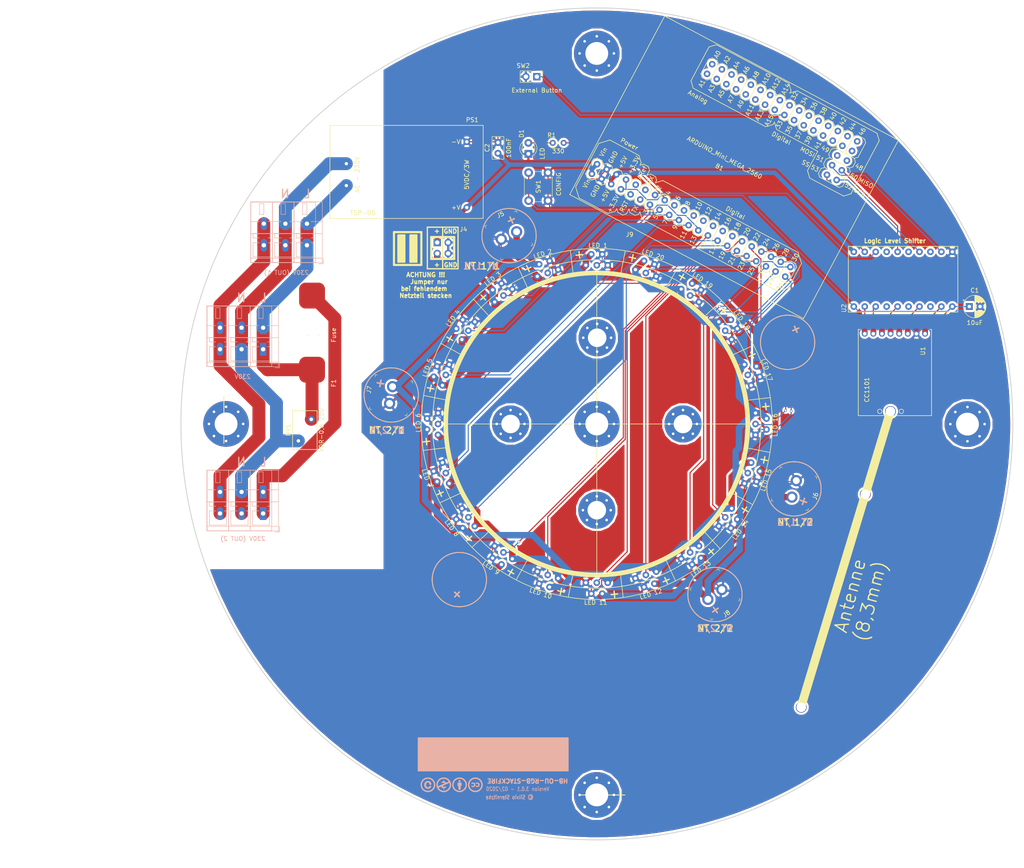
<source format=kicad_pcb>
(kicad_pcb (version 20171130) (host pcbnew "(5.0.2)-1")
  (title_block (title HB-OU-RGB-STACKFIRE) (date 2020-02-24) (rev 3.0.1) (comment 1 "©S. Sternitzke") (comment 2 "with external Button") (comment 3 "Bauart: Röhre Plexiglas XT satiniert (Ø200/194mm)") (comment 4 "Feuersimulation mit WS2812B"))
  (layers (0 F.Cu signal) (31 B.Cu signal) (34 B.Paste user) (35 F.Paste user) (36 B.SilkS user) (37 F.SilkS user) (38 B.Mask user) (39 F.Mask user) (44 Edge.Cuts user))
  (net 0 "")
  (net 1 +3V3)
  (net 2 GND)
  (net 3 "Net-(U2-Pad6)")
  (net 4 /WS28XX_1)
  (net 5 +VDC)
  (net 6 "Net-(B1-PadAREF)")
  (net 7 "Net-(B1-PadA15)")
  (net 8 "Net-(B1-PadA13)")
  (net 9 "Net-(B1-PadA11)")
  (net 10 "Net-(B1-PadA9)")
  (net 11 "Net-(B1-PadA7)")
  (net 12 "Net-(B1-PadA5)")
  (net 13 "Net-(B1-PadA3)")
  (net 14 "Net-(B1-PadA1)")
  (net 15 "Net-(B1-PadA14)")
  (net 16 "Net-(B1-PadA12)")
  (net 17 "Net-(B1-PadA10)")
  (net 18 "Net-(B1-PadA8)")
  (net 19 "Net-(B1-PadA6)")
  (net 20 "Net-(B1-PadA4)")
  (net 21 "Net-(B1-PadA2)")
  (net 22 "Net-(B1-PadA0)")
  (net 23 "/HV4(SS)")
  (net 24 "/HV3(SCK)")
  (net 25 "/HV2(MOSI)")
  (net 26 "/HV1(MISO)")
  (net 27 "/LV1(MISO)")
  (net 28 "/LV2(MOSI)")
  (net 29 "/LV3(SCK)")
  (net 30 "/LV4(SS)")
  (net 31 "Net-(B1-Pad4)")
  (net 32 "Net-(B1-Pad8)")
  (net 33 "Net-(B1-PadRESE)")
  (net 34 "Net-(B1-Pad1)")
  (net 35 "Net-(B1-Pad0)")
  (net 36 "Net-(B1-Pad6)")
  (net 37 "Net-(B1-Pad10)")
  (net 38 "Net-(B1-Pad12)")
  (net 39 "Net-(B1-Pad14)")
  (net 40 "Net-(B1-Pad16)")
  (net 41 "Net-(B1-Pad18)")
  (net 42 "Net-(B1-Pad48)")
  (net 43 "Net-(B1-Pad49)")
  (net 44 "Net-(B1-Pad47)")
  (net 45 "Net-(B1-Pad39)")
  (net 46 "Net-(B1-Pad37)")
  (net 47 "Net-(B1-Pad35)")
  (net 48 "Net-(B1-Pad33)")
  (net 49 "Net-(B1-Pad46)")
  (net 50 "Net-(B1-Pad38)")
  (net 51 "Net-(B1-Pad36)")
  (net 52 "Net-(B1-Pad34)")
  (net 53 "Net-(B1-Pad32)")
  (net 54 "Net-(B1-Pad40)")
  (net 55 "Net-(B1-Pad41)")
  (net 56 "Net-(B1-Pad42)")
  (net 57 "Net-(B1-Pad43)")
  (net 58 "Net-(B1-Pad44)")
  (net 59 "Net-(B1-Pad45)")
  (net 60 /WS28XX_2)
  (net 61 /WS28XX_3)
  (net 62 /WS28XX_4)
  (net 63 /WS28XX_6)
  (net 64 /WS28XX_7)
  (net 65 /WS28XX_8)
  (net 66 /WS28XX_9)
  (net 67 /WS28XX_10)
  (net 68 /WS28XX_11)
  (net 69 /WS28XX_12)
  (net 70 +5V)
  (net 71 "Net-(D1-Pad2)")
  (net 72 "Net-(F1-Pad1)")
  (net 73 "Net-(F1-Pad2)")
  (net 74 "Net-(J1-Pad2)")
  (net 75 "Net-(J1-Pad3)")
  (net 76 /WS28XX_13)
  (net 77 /WS28XX_14)
  (net 78 /WS28XX_15)
  (net 79 /WS28XX_16)
  (net 80 /WS28XX_17)
  (net 81 /WS28XX_18)
  (net 82 /WS28XX_19)
  (net 83 /WS28XX_5)
  (net 84 /VCC_WS28XX_1_1)
  (net 85 /VCC_WS28XX_1_2)
  (net 86 /VCC_WS28XX_2_1)
  (net 87 /VCC_WS28XX_2_2)
  (net 88 /WS28XX_20)
  (net 89 "/HV5(D2)")
  (net 90 "/LV5(D2)")
  (net 91 "Net-(B1-Pad13)")
  (net 92 "Net-(U1-Pad6)")
  (net 93 "Net-(U2-Pad8)")
  (net 94 "Net-(U2-Pad4)")
  (net 95 "Net-(U2-Pad14)")
  (net 96 "Net-(U2-Pad16)")
  (net 97 "Net-(U2-Pad18)")
  (module MountingHole:MountingHole_2.2mm_M2_Pad (layer F.Cu) (at 221.361 230.124)
    (fp_text reference MH3)
    (fp_text value MountingHole_2.2mm_M2_Pad)
    (pad 1 thru_hole circle (at 0 0) (size 2.5 2.5) (drill 2.2) (layers *.Cu *.Mask))
  )
  (module MountingHole:MountingHole_2.2mm_M2_Pad (layer F.Cu) (at 236.22 180.721)
    (fp_text reference MH2)
    (fp_text value MountingHole_2.2mm_M2_Pad)
    (pad 1 thru_hole circle (at 0 0) (size 2.5 2.5) (drill 2.2) (layers *.Cu *.Mask))
  )
  (module MountingHole:MountingHole_4.3mm_M4_Pad_Via (layer F.Cu) (at 173.926 184.402)
    (fp_text reference P12)
    (fp_text value MountingHole_4.3mm_M4_Pad_Via)
    (pad 1 thru_hole circle (at 0 0) (size 8.6 8.6) (drill 4.3) (layers *.Cu *.Mask))
    (pad 1 thru_hole circle (at 3.225 0) (size 0.9 0.9) (drill 0.6) (layers *.Cu *.Mask))
    (pad 1 thru_hole circle (at 2.280419 2.280419) (size 0.9 0.9) (drill 0.6) (layers *.Cu *.Mask))
    (pad 1 thru_hole circle (at 0 3.225) (size 0.9 0.9) (drill 0.6) (layers *.Cu *.Mask))
    (pad 1 thru_hole circle (at -2.280419 2.280419) (size 0.9 0.9) (drill 0.6) (layers *.Cu *.Mask))
    (pad 1 thru_hole circle (at -3.225 0) (size 0.9 0.9) (drill 0.6) (layers *.Cu *.Mask))
    (pad 1 thru_hole circle (at -2.280419 -2.280419) (size 0.9 0.9) (drill 0.6) (layers *.Cu *.Mask))
    (pad 1 thru_hole circle (at 0 -3.225) (size 0.9 0.9) (drill 0.6) (layers *.Cu *.Mask))
    (pad 1 thru_hole circle (at 2.280419 -2.280419) (size 0.9 0.9) (drill 0.6) (layers *.Cu *.Mask))
  )
  (module MountingHole:MountingHole_4.3mm_M4_Pad_Via (layer F.Cu) (at 174.01 144.402)
    (fp_text reference P14)
    (fp_text value MountingHole_4.3mm_M4_Pad_Via)
    (pad 1 thru_hole circle (at 2.280419 -2.280419) (size 0.9 0.9) (drill 0.6) (layers *.Cu *.Mask))
    (pad 1 thru_hole circle (at 0 -3.225) (size 0.9 0.9) (drill 0.6) (layers *.Cu *.Mask))
    (pad 1 thru_hole circle (at -2.280419 -2.280419) (size 0.9 0.9) (drill 0.6) (layers *.Cu *.Mask))
    (pad 1 thru_hole circle (at -3.225 0) (size 0.9 0.9) (drill 0.6) (layers *.Cu *.Mask))
    (pad 1 thru_hole circle (at -2.280419 2.280419) (size 0.9 0.9) (drill 0.6) (layers *.Cu *.Mask))
    (pad 1 thru_hole circle (at 0 3.225) (size 0.9 0.9) (drill 0.6) (layers *.Cu *.Mask))
    (pad 1 thru_hole circle (at 2.280419 2.280419) (size 0.9 0.9) (drill 0.6) (layers *.Cu *.Mask))
    (pad 1 thru_hole circle (at 3.225 0) (size 0.9 0.9) (drill 0.6) (layers *.Cu *.Mask))
    (pad 1 thru_hole circle (at 0 0) (size 8.6 8.6) (drill 4.3) (layers *.Cu *.Mask))
  )
  (module MountingHole:MountingHole_4.3mm_M4_Pad_Via (layer F.Cu) (at 193.926 164.402)
    (fp_text reference P13)
    (fp_text value MountingHole_4.3mm_M4_Pad_Via)
    (pad 1 thru_hole circle (at 0 0) (size 8.6 8.6) (drill 4.3) (layers *.Cu *.Mask))
    (pad 1 thru_hole circle (at 3.225 0) (size 0.9 0.9) (drill 0.6) (layers *.Cu *.Mask))
    (pad 1 thru_hole circle (at 2.280419 2.280419) (size 0.9 0.9) (drill 0.6) (layers *.Cu *.Mask))
    (pad 1 thru_hole circle (at 0 3.225) (size 0.9 0.9) (drill 0.6) (layers *.Cu *.Mask))
    (pad 1 thru_hole circle (at -2.280419 2.280419) (size 0.9 0.9) (drill 0.6) (layers *.Cu *.Mask))
    (pad 1 thru_hole circle (at -3.225 0) (size 0.9 0.9) (drill 0.6) (layers *.Cu *.Mask))
    (pad 1 thru_hole circle (at -2.280419 -2.280419) (size 0.9 0.9) (drill 0.6) (layers *.Cu *.Mask))
    (pad 1 thru_hole circle (at 0 -3.225) (size 0.9 0.9) (drill 0.6) (layers *.Cu *.Mask))
    (pad 1 thru_hole circle (at 2.280419 -2.280419) (size 0.9 0.9) (drill 0.6) (layers *.Cu *.Mask))
  )
  (module MountingHole:MountingHole_5.3mm_M5_Pad_Via (layer F.Cu) (at 259.92 164.436)
    (fp_text reference P5)
    (fp_text value "")
    (pad 1 thru_hole circle (at 0 0) (size 10.6 10.6) (drill 5.3) (layers *.Cu *.Mask))
    (pad 1 thru_hole circle (at 3.975 0) (size 0.9 0.9) (drill 0.6) (layers *.Cu *.Mask))
    (pad 1 thru_hole circle (at 2.810749 2.810749) (size 0.9 0.9) (drill 0.6) (layers *.Cu *.Mask))
    (pad 1 thru_hole circle (at 0 3.975) (size 0.9 0.9) (drill 0.6) (layers *.Cu *.Mask))
    (pad 1 thru_hole circle (at -2.810749 2.810749) (size 0.9 0.9) (drill 0.6) (layers *.Cu *.Mask))
    (pad 1 thru_hole circle (at -3.975 0) (size 0.9 0.9) (drill 0.6) (layers *.Cu *.Mask))
    (pad 1 thru_hole circle (at -2.810749 -2.810749) (size 0.9 0.9) (drill 0.6) (layers *.Cu *.Mask))
    (pad 1 thru_hole circle (at 0 -3.975) (size 0.9 0.9) (drill 0.6) (layers *.Cu *.Mask))
    (pad 1 thru_hole circle (at 2.810749 -2.810749) (size 0.9 0.9) (drill 0.6) (layers *.Cu *.Mask))
  )
  (module MountingHole:MountingHole_5.3mm_M5_Pad_Via (layer F.Cu) (at 173.926 164.402)
    (fp_text reference P2)
    (fp_text value "")
    (pad 1 thru_hole circle (at 2.810749 -2.810749) (size 0.9 0.9) (drill 0.6) (layers *.Cu *.Mask))
    (pad 1 thru_hole circle (at 0 -3.975) (size 0.9 0.9) (drill 0.6) (layers *.Cu *.Mask))
    (pad 1 thru_hole circle (at -2.810749 -2.810749) (size 0.9 0.9) (drill 0.6) (layers *.Cu *.Mask))
    (pad 1 thru_hole circle (at -3.975 0) (size 0.9 0.9) (drill 0.6) (layers *.Cu *.Mask))
    (pad 1 thru_hole circle (at -2.810749 2.810749) (size 0.9 0.9) (drill 0.6) (layers *.Cu *.Mask))
    (pad 1 thru_hole circle (at 0 3.975) (size 0.9 0.9) (drill 0.6) (layers *.Cu *.Mask))
    (pad 1 thru_hole circle (at 2.810749 2.810749) (size 0.9 0.9) (drill 0.6) (layers *.Cu *.Mask))
    (pad 1 thru_hole circle (at 3.975 0) (size 0.9 0.9) (drill 0.6) (layers *.Cu *.Mask))
    (pad 1 thru_hole circle (at 0 0) (size 10.6 10.6) (drill 5.3) (layers *.Cu *.Mask))
  )
  (module MountingHole:MountingHole_5.3mm_M5_Pad_Via (layer F.Cu) (at 87.92 164.389)
    (fp_text reference P4)
    (fp_text value "")
    (pad 1 thru_hole circle (at 0 0) (size 10.6 10.6) (drill 5.3) (layers *.Cu *.Mask))
    (pad 1 thru_hole circle (at 3.975 0) (size 0.9 0.9) (drill 0.6) (layers *.Cu *.Mask))
    (pad 1 thru_hole circle (at 2.810749 2.810749) (size 0.9 0.9) (drill 0.6) (layers *.Cu *.Mask))
    (pad 1 thru_hole circle (at 0 3.975) (size 0.9 0.9) (drill 0.6) (layers *.Cu *.Mask))
    (pad 1 thru_hole circle (at -2.810749 2.810749) (size 0.9 0.9) (drill 0.6) (layers *.Cu *.Mask))
    (pad 1 thru_hole circle (at -3.975 0) (size 0.9 0.9) (drill 0.6) (layers *.Cu *.Mask))
    (pad 1 thru_hole circle (at -2.810749 -2.810749) (size 0.9 0.9) (drill 0.6) (layers *.Cu *.Mask))
    (pad 1 thru_hole circle (at 0 -3.975) (size 0.9 0.9) (drill 0.6) (layers *.Cu *.Mask))
    (pad 1 thru_hole circle (at 2.810749 -2.810749) (size 0.9 0.9) (drill 0.6) (layers *.Cu *.Mask))
  )
  (module MountingHole:MountingHole_5.3mm_M5_Pad_Via (layer F.Cu) (at 173.92 78.436)
    (fp_text reference P1)
    (fp_text value "")
    (pad 1 thru_hole circle (at 0 0) (size 10.6 10.6) (drill 5.3) (layers *.Cu *.Mask))
    (pad 1 thru_hole circle (at 3.975 0) (size 0.9 0.9) (drill 0.6) (layers *.Cu *.Mask))
    (pad 1 thru_hole circle (at 2.810749 2.810749) (size 0.9 0.9) (drill 0.6) (layers *.Cu *.Mask))
    (pad 1 thru_hole circle (at 0 3.975) (size 0.9 0.9) (drill 0.6) (layers *.Cu *.Mask))
    (pad 1 thru_hole circle (at -2.810749 2.810749) (size 0.9 0.9) (drill 0.6) (layers *.Cu *.Mask))
    (pad 1 thru_hole circle (at -3.975 0) (size 0.9 0.9) (drill 0.6) (layers *.Cu *.Mask))
    (pad 1 thru_hole circle (at -2.810749 -2.810749) (size 0.9 0.9) (drill 0.6) (layers *.Cu *.Mask))
    (pad 1 thru_hole circle (at 0 -3.975) (size 0.9 0.9) (drill 0.6) (layers *.Cu *.Mask))
    (pad 1 thru_hole circle (at 2.810749 -2.810749) (size 0.9 0.9) (drill 0.6) (layers *.Cu *.Mask))
  )
  (module MountingHole:MountingHole_5.3mm_M5_Pad_Via (layer F.Cu) (at 173.92 250.461)
    (fp_text reference P3)
    (fp_text value "")
    (pad 1 thru_hole circle (at 0 0) (size 10.6 10.6) (drill 5.3) (layers *.Cu *.Mask))
    (pad 1 thru_hole circle (at 3.975 0) (size 0.9 0.9) (drill 0.6) (layers *.Cu *.Mask))
    (pad 1 thru_hole circle (at 2.810749 2.810749) (size 0.9 0.9) (drill 0.6) (layers *.Cu *.Mask))
    (pad 1 thru_hole circle (at 0 3.975) (size 0.9 0.9) (drill 0.6) (layers *.Cu *.Mask))
    (pad 1 thru_hole circle (at -2.810749 2.810749) (size 0.9 0.9) (drill 0.6) (layers *.Cu *.Mask))
    (pad 1 thru_hole circle (at -3.975 0) (size 0.9 0.9) (drill 0.6) (layers *.Cu *.Mask))
    (pad 1 thru_hole circle (at -2.810749 -2.810749) (size 0.9 0.9) (drill 0.6) (layers *.Cu *.Mask))
    (pad 1 thru_hole circle (at 0 -3.975) (size 0.9 0.9) (drill 0.6) (layers *.Cu *.Mask))
    (pad 1 thru_hole circle (at 2.810749 -2.810749) (size 0.9 0.9) (drill 0.6) (layers *.Cu *.Mask))
  )
  (module Homebrew:Copyrigth (layer F.Cu) (at 155.576435 249.089523 90)
    (fp_text reference Cp1 hide)
    (fp_text value "Version 3.0.1 - 02/2020" (at 0 0 180) (layer B.SilkS) (effects (font (size 0.9 0.75) (thickness 0.12)) (justify mirror)))
    (fp_text user "© Silvio Sternitzke" (at -1.905 -1.905 180) (layer B.SilkS) (effects (font (size 0.9 0.75)) (justify mirror)))
  )
  (module Homebrew:CC-BY-ND-SA (layer B.Cu) (at 140.267935 248.097023 180)
    (fp_text reference G*** hide)
    (fp_text value LOGO hide)
  )
  (module LED_THT:LED_D3.0mm (layer F.Cu) (at 158.052 101.727 90)
    (fp_text reference D1 (at 4.699 -1.588 90) (layer F.SilkS))
    (fp_text value LED (at 0.0635 3.238 90) (layer F.SilkS))
    (pad 2 thru_hole circle (at 2.54 0 90) (size 1.8 1.8) (drill 0.9) (layers *.Cu *.Mask) (net 71 "Net-(D1-Pad2)"))
    (pad 1 thru_hole rect (at 0 0 90) (size 1.8 1.8) (drill 0.9) (layers *.Cu *.Mask) (net 2 GND))
  )
  (module Fuse:Fuse_Schurter_318265 (layer F.Cu) (at 102.87 140.716 270)
    (fp_text reference F1 (at 14.224 -10.033 270) (layer F.SilkS))
    (fp_text value Fuse (at 3.048 -10.033 270) (layer F.SilkS))
    (pad 1 smd roundrect (at -6.1 -5 270) (size 6 6) (layers F.Cu F.Paste F.Mask) (net 72 "Net-(F1-Pad1)"))
    (pad 2 smd roundrect (at 11.1 -5 270) (size 6 6) (layers F.Cu F.Paste F.Mask) (net 73 "Net-(F1-Pad2)"))
  )
  (module TerminalBlock_WAGO:TerminalBlock_WAGO_236-103_1x03_P5.00mm_45Degree (layer B.Cu) (at 106.68 122.936 180)
    (fp_text reference J1)
    (fp_text value "230V (OUT 1)" (at 4.75 -6.35 180) (layer B.SilkS) (effects (justify mirror)))
    (pad 1 thru_hole rect (at 0 0 180) (size 1.5 3) (drill 1) (layers *.Cu *.Mask) (net 73 "Net-(F1-Pad2)"))
    (pad 1 thru_hole rect (at 0 5 180) (size 1.5 3) (drill 1) (layers *.Cu *.Mask) (net 73 "Net-(F1-Pad2)"))
    (pad 2 thru_hole oval (at 5 0 180) (size 1.5 3) (drill 1) (layers *.Cu *.Mask) (net 74 "Net-(J1-Pad2)"))
    (pad 2 thru_hole oval (at 5 5 180) (size 1.5 3) (drill 1) (layers *.Cu *.Mask) (net 74 "Net-(J1-Pad2)"))
    (pad 3 thru_hole oval (at 10 0 180) (size 1.5 3) (drill 1) (layers *.Cu *.Mask) (net 75 "Net-(J1-Pad3)"))
    (pad 3 thru_hole oval (at 10 5 180) (size 1.5 3) (drill 1) (layers *.Cu *.Mask) (net 75 "Net-(J1-Pad3)"))
  )
  (module TerminalBlock_WAGO:TerminalBlock_WAGO_236-103_1x03_P5.00mm_45Degree (layer B.Cu) (at 96.52 147.066 180)
    (fp_text reference J2)
    (fp_text value 230V (at 4.75 -6.35 180) (layer B.SilkS) (effects (justify mirror)))
    (pad 3 thru_hole oval (at 10 5 180) (size 1.5 3) (drill 1) (layers *.Cu *.Mask) (net 75 "Net-(J1-Pad3)"))
    (pad 3 thru_hole oval (at 10 0 180) (size 1.5 3) (drill 1) (layers *.Cu *.Mask) (net 75 "Net-(J1-Pad3)"))
    (pad 2 thru_hole oval (at 5 5 180) (size 1.5 3) (drill 1) (layers *.Cu *.Mask) (net 74 "Net-(J1-Pad2)"))
    (pad 2 thru_hole oval (at 5 0 180) (size 1.5 3) (drill 1) (layers *.Cu *.Mask) (net 74 "Net-(J1-Pad2)"))
    (pad 1 thru_hole rect (at 0 5 180) (size 1.5 3) (drill 1) (layers *.Cu *.Mask) (net 73 "Net-(F1-Pad2)"))
    (pad 1 thru_hole rect (at 0 0 180) (size 1.5 3) (drill 1) (layers *.Cu *.Mask) (net 73 "Net-(F1-Pad2)"))
  )
  (module Homebrew:TSP-05 (layer F.Cu) (at 131.064 106.553)
    (fp_text reference PS1 (at 13.97 -12.7) (layer F.SilkS))
    (fp_text value TSP-05 (at -11.43 8.89) (layer F.SilkS))
    (fp_text user "AC - 230V" (at -12.7 0 90) (layer F.SilkS))
    (fp_text user -V (at 10.16 -7.62) (layer F.SilkS))
    (fp_text user +V (at 10.16 7.62) (layer F.SilkS))
    (fp_text user 5VDC/3W (at 12.7 0 90) (layer F.SilkS))
    (pad 1 thru_hole circle (at -15.24 -2.54) (size 1.524 1.524) (drill 0.762) (layers *.Cu *.Mask) (net 74 "Net-(J1-Pad2)"))
    (pad 2 thru_hole circle (at -15.24 2.54) (size 1.524 1.524) (drill 0.762) (layers *.Cu *.Mask) (net 73 "Net-(F1-Pad2)"))
    (pad 3 thru_hole circle (at 12.7 -7.62) (size 1.524 1.524) (drill 0.762) (layers *.Cu *.Mask) (net 2 GND))
    (pad 4 thru_hole circle (at 12.7 7.62) (size 1.524 1.524) (drill 0.762) (layers *.Cu *.Mask) (net 5 +VDC))
  )
  (module Resistor_THT:R_Axial_DIN0204_L3.6mm_D1.6mm_P2.54mm_Vertical (layer F.Cu) (at 163.703 99.187)
    (fp_text reference R1 (at -0.254 -1.778) (layer F.SilkS))
    (fp_text value 330 (at 1.27 1.92) (layer F.SilkS))
    (pad 1 thru_hole circle (at 0 0) (size 1.4 1.4) (drill 0.7) (layers *.Cu *.Mask) (net 71 "Net-(D1-Pad2)"))
    (pad 2 thru_hole oval (at 2.54 0) (size 1.4 1.4) (drill 0.7) (layers *.Cu *.Mask) (net 31 "Net-(B1-Pad4)"))
  )
  (module Varistor:RV_Disc_D9mm_W5.7mm_P5mm (layer F.Cu) (at 107.696 163.322 270)
    (fp_text reference RV1 (at 2.5 5.35 270) (layer F.SilkS))
    (fp_text value "VDR-0,6 250" (at 2.5 -2.35 270) (layer F.SilkS))
    (pad 1 thru_hole circle (at 0 0 270) (size 1.6 1.6) (drill 0.8) (layers *.Cu *.Mask) (net 73 "Net-(F1-Pad2)"))
    (pad 2 thru_hole circle (at 5 3 270) (size 1.6 1.6) (drill 0.8) (layers *.Cu *.Mask) (net 74 "Net-(J1-Pad2)"))
  )
  (module Button_Switch_THT:SW_PUSH_6mm_H5mm (layer F.Cu) (at 158.115 112.586 90)
    (fp_text reference SW1)
    (fp_text value CONFIG (at 3.81 6.985 90) (layer F.SilkS))
    (fp_text user %R (at 3.25 2.25 90) (layer F.SilkS))
    (pad 2 thru_hole circle (at 0 4.5 180) (size 2 2) (drill 1.1) (layers *.Cu *.Mask) (net 2 GND))
    (pad 1 thru_hole circle (at 0 0 180) (size 2 2) (drill 1.1) (layers *.Cu *.Mask) (net 91 "Net-(B1-Pad13)"))
    (pad 2 thru_hole circle (at 6.5 4.5 180) (size 2 2) (drill 1.1) (layers *.Cu *.Mask) (net 2 GND))
    (pad 1 thru_hole circle (at 6.5 0 180) (size 2 2) (drill 1.1) (layers *.Cu *.Mask) (net 91 "Net-(B1-Pad13)"))
  )
  (module MountingHole:MountingHole_4.3mm_M4_Pad_Via (layer F.Cu) (at 153.926 164.402)
    (fp_text reference P11)
    (fp_text value MountingHole_4.3mm_M4_Pad_Via)
    (pad 1 thru_hole circle (at 2.280419 -2.280419) (size 0.9 0.9) (drill 0.6) (layers *.Cu *.Mask))
    (pad 1 thru_hole circle (at 0 -3.225) (size 0.9 0.9) (drill 0.6) (layers *.Cu *.Mask))
    (pad 1 thru_hole circle (at -2.280419 -2.280419) (size 0.9 0.9) (drill 0.6) (layers *.Cu *.Mask))
    (pad 1 thru_hole circle (at -3.225 0) (size 0.9 0.9) (drill 0.6) (layers *.Cu *.Mask))
    (pad 1 thru_hole circle (at -2.280419 2.280419) (size 0.9 0.9) (drill 0.6) (layers *.Cu *.Mask))
    (pad 1 thru_hole circle (at 0 3.225) (size 0.9 0.9) (drill 0.6) (layers *.Cu *.Mask))
    (pad 1 thru_hole circle (at 2.280419 2.280419) (size 0.9 0.9) (drill 0.6) (layers *.Cu *.Mask))
    (pad 1 thru_hole circle (at 3.225 0) (size 0.9 0.9) (drill 0.6) (layers *.Cu *.Mask))
    (pad 1 thru_hole circle (at 0 0) (size 8.6 8.6) (drill 4.3) (layers *.Cu *.Mask))
  )
  (module MountingHole:MountingHole_2.2mm_M2_Pad (layer F.Cu) (at 242.062 161.48)
    (fp_text reference MH1)
    (fp_text value MountingHole_2.2mm_M2_Pad)
    (pad 1 thru_hole circle (at 0 0) (size 2.5 2.5) (drill 2.2) (layers *.Cu *.Mask))
  )
  (module "Homebrew:Mini Mega 2560" (layer F.Cu) (at 202.374 104.838 332)
    (fp_text reference B1 (at 0 0 332) (layer F.SilkS))
    (fp_text value ARDUINO_Mini_MEGA_2560 (at 0 -2.54 332) (layer F.SilkS))
    (fp_text user Power (at -20.955 5.08 332) (layer F.SilkS))
    (fp_text user Digital (at 8.255 7.62 332) (layer F.SilkS))
    (fp_text user Digital (at 9.525 -12.7 332) (layer F.SilkS))
    (fp_text user Analog (at -12.065 -12.065 332) (layer F.SilkS))
    (fp_text user 2 (at -10.16 10.795 62) (layer F.SilkS))
    (fp_text user 4 (at -7.62 10.795 62) (layer F.SilkS))
    (fp_text user 3 (at -10.16 17.145 62) (layer F.SilkS))
    (fp_text user 5 (at -7.62 17.145 62) (layer F.SilkS))
    (fp_text user 7 (at -5.08 17.145 62) (layer F.SilkS))
    (fp_text user 9 (at -2.54 17.145 62) (layer F.SilkS))
    (fp_text user 11 (at 0 17.78 62) (layer F.SilkS))
    (fp_text user 6 (at -5.08 10.795 62) (layer F.SilkS))
    (fp_text user 8 (at -2.54 10.795 62) (layer F.SilkS))
    (fp_text user 10 (at 0 10.16 62) (layer F.SilkS))
    (fp_text user 12 (at 2.54 10.16 62) (layer F.SilkS))
    (fp_text user 14 (at 5.08 10.16 62) (layer F.SilkS))
    (fp_text user 16 (at 7.62 10.16 62) (layer F.SilkS))
    (fp_text user 18 (at 10.16 10.16 62) (layer F.SilkS))
    (fp_text user 20 (at 12.7 10.16 62) (layer F.SilkS))
    (fp_text user 22 (at 15.24 10.16 62) (layer F.SilkS))
    (fp_text user 24 (at 17.78 10.16 62) (layer F.SilkS))
    (fp_text user 26 (at 20.32 10.16 62) (layer F.SilkS))
    (fp_text user 28 (at 22.86 10.16 62) (layer F.SilkS))
    (fp_text user 30 (at 25.4 10.16 62) (layer F.SilkS))
    (fp_text user 13 (at 2.54 17.78 62) (layer F.SilkS))
    (fp_text user 15 (at 5.08 17.78 62) (layer F.SilkS))
    (fp_text user 17 (at 7.62 17.78 62) (layer F.SilkS))
    (fp_text user 19 (at 10.16 17.78 62) (layer F.SilkS))
    (fp_text user 21 (at 12.7 17.78 62) (layer F.SilkS))
    (fp_text user 23 (at 15.24 17.78 62) (layer F.SilkS))
    (fp_text user 25 (at 17.78 17.78 62) (layer F.SilkS))
    (fp_text user 27 (at 20.32 17.78 62) (layer F.SilkS))
    (fp_text user 29 (at 22.86 17.78 62) (layer F.SilkS))
    (fp_text user 31 (at 25.4 17.78 62) (layer F.SilkS))
    (fp_text user Vin (at -25.4 9.525 62) (layer F.SilkS))
    (fp_text user Vin (at -25.4 17.78 62) (layer F.SilkS))
    (fp_text user GND (at -22.86 9.525 62) (layer F.SilkS))
    (fp_text user +5V (at -20.32 9.525 62) (layer F.SilkS))
    (fp_text user +3.3V (at -17.78 8.89 62) (layer F.SilkS))
    (fp_text user GND (at -22.86 18.415 62) (layer F.SilkS))
    (fp_text user +5V (at -20.32 18.415 62) (layer F.SilkS))
    (fp_text user +3.3V (at -17.78 19.05 62) (layer F.SilkS))
    (fp_text user ARef (at -15.24 9.525 62) (layer F.SilkS))
    (fp_text user RX (at -12.7 10.16 62) (layer F.SilkS))
    (fp_text user RST (at -15.24 18.415 62) (layer F.SilkS))
    (fp_text user TX (at -12.7 17.78 62) (layer F.SilkS))
    (fp_text user A1 (at -12.7 -15.24 62) (layer F.SilkS))
    (fp_text user A3 (at -10.16 -15.24 62) (layer F.SilkS))
    (fp_text user A5 (at -7.62 -15.24 62) (layer F.SilkS))
    (fp_text user A7 (at -5.08 -15.24 62) (layer F.SilkS))
    (fp_text user A9 (at -2.54 -15.24 62) (layer F.SilkS))
    (fp_text user A11 (at 0 -14.986 62) (layer F.SilkS))
    (fp_text user A13 (at 2.54 -14.986 62) (layer F.SilkS) (effects (font (thickness 0.15) italic)))
    (fp_text user A15 (at 5.08 -14.986 62) (layer F.SilkS))
    (fp_text user A0 (at -12.7 -22.86 62) (layer F.SilkS))
    (fp_text user A2 (at -10.16 -22.86 62) (layer F.SilkS))
    (fp_text user A4 (at -7.62 -22.86 62) (layer F.SilkS))
    (fp_text user A6 (at -5.08 -22.86 62) (layer F.SilkS))
    (fp_text user A8 (at -2.54 -22.86 62) (layer F.SilkS))
    (fp_text user A10 (at 0 -23.241 62) (layer F.SilkS))
    (fp_text user A12 (at 2.54 -23.241 62) (layer F.SilkS))
    (fp_text user A14 (at 5.08 -23.241 62) (layer F.SilkS))
    (fp_text user 33 (at 7.62 -15.24 62) (layer F.SilkS))
    (fp_text user 35 (at 10.16 -15.24 62) (layer F.SilkS))
    (fp_text user 37 (at 12.7 -15.24 62) (layer F.SilkS))
    (fp_text user 39 (at 15.24 -15.24 62) (layer F.SilkS))
    (fp_text user 41 (at 17.78 -15.24 62) (layer F.SilkS))
    (fp_text user 32 (at 7.62 -22.86 62) (layer F.SilkS))
    (fp_text user 34 (at 10.16 -22.86 62) (layer F.SilkS))
    (fp_text user 36 (at 12.7 -22.86 62) (layer F.SilkS))
    (fp_text user 38 (at 15.24 -22.86 62) (layer F.SilkS))
    (fp_text user 40 (at 17.78 -22.86 62) (layer F.SilkS))
    (fp_text user 42 (at 20.32 -22.86 62) (layer F.SilkS))
    (fp_text user 44 (at 22.86 -22.86 62) (layer F.SilkS))
    (fp_text user 46 (at 25.4 -22.86 62) (layer F.SilkS))
    (fp_text user 48 (at 28.575 -15.24 332) (layer F.SilkS))
    (fp_text user 49 (at 19.685 -15.24 332) (layer F.SilkS))
    (fp_text user 51 (at 19.685 -12.7 332) (layer F.SilkS))
    (fp_text user 53 (at 19.685 -10.16 332) (layer F.SilkS))
    (fp_text user 50 (at 28.575 -12.7 332) (layer F.SilkS))
    (fp_text user 52 (at 28.575 -10.16 332) (layer F.SilkS))
    (fp_text user SCK (at 31.496 -10.16 332) (layer F.SilkS))
    (fp_text user MISO (at 31.75 -12.7 332) (layer F.SilkS))
    (fp_text user MOSI (at 16.383 -12.7 332) (layer F.SilkS))
    (fp_text user SS (at 17.272 -10.16 332) (layer F.SilkS))
    (pad VIN thru_hole circle (at -25.399999 15.24 332) (size 1.524 1.524) (drill 0.762) (layers *.Cu *.Mask) (net 5 +VDC))
    (pad GND@ thru_hole circle (at -22.860001 15.24 332) (size 1.524 1.524) (drill 0.762) (layers *.Cu *.Mask) (net 2 GND))
    (pad 5V@0 thru_hole circle (at -20.32 15.24 332) (size 1.524 1.524) (drill 0.762) (layers *.Cu *.Mask) (net 70 +5V))
    (pad 3.3V thru_hole circle (at -17.78 15.24 332) (size 1.524 1.524) (drill 0.762) (layers *.Cu *.Mask) (net 1 +3V3))
    (pad RESE thru_hole circle (at -15.24 15.24 332) (size 1.524 1.524) (drill 0.762) (layers *.Cu *.Mask) (net 33 "Net-(B1-PadRESE)"))
    (pad 1 thru_hole circle (at -12.7 15.24 332) (size 1.524 1.524) (drill 0.762) (layers *.Cu *.Mask) (net 34 "Net-(B1-Pad1)"))
    (pad 3 thru_hole circle (at -10.16 15.24 332) (size 1.524 1.524) (drill 0.762) (layers *.Cu *.Mask) (net 4 /WS28XX_1))
    (pad 5 thru_hole circle (at -7.62 15.24 332) (size 1.524 1.524) (drill 0.762) (layers *.Cu *.Mask) (net 60 /WS28XX_2))
    (pad 7 thru_hole circle (at -5.08 15.24 332) (size 1.524 1.524) (drill 0.762) (layers *.Cu *.Mask) (net 61 /WS28XX_3))
    (pad 9 thru_hole circle (at -2.54 15.240001 332) (size 1.524 1.524) (drill 0.762) (layers *.Cu *.Mask) (net 62 /WS28XX_4))
    (pad 11 thru_hole circle (at 0 15.24 332) (size 1.524 1.524) (drill 0.762) (layers *.Cu *.Mask) (net 83 /WS28XX_5))
    (pad 13 thru_hole circle (at 2.54 15.24 332) (size 1.524 1.524) (drill 0.762) (layers *.Cu *.Mask) (net 91 "Net-(B1-Pad13)"))
    (pad 15 thru_hole circle (at 5.08 15.24 332) (size 1.524 1.524) (drill 0.762) (layers *.Cu *.Mask) (net 63 /WS28XX_6))
    (pad 17 thru_hole circle (at 7.62 15.24 332) (size 1.524 1.524) (drill 0.762) (layers *.Cu *.Mask) (net 64 /WS28XX_7))
    (pad 19 thru_hole circle (at 10.16 15.24 332) (size 1.524 1.524) (drill 0.762) (layers *.Cu *.Mask) (net 65 /WS28XX_8))
    (pad 21 thru_hole circle (at 12.7 15.24 332) (size 1.524 1.524) (drill 0.762) (layers *.Cu *.Mask) (net 67 /WS28XX_10))
    (pad 23 thru_hole circle (at 15.24 15.24 332) (size 1.524 1.524) (drill 0.762) (layers *.Cu *.Mask) (net 68 /WS28XX_11))
    (pad 25 thru_hole circle (at 17.780001 15.24 332) (size 1.524 1.524) (drill 0.762) (layers *.Cu *.Mask) (net 69 /WS28XX_12))
    (pad 27 thru_hole circle (at 20.319999 15.24 332) (size 1.524 1.524) (drill 0.762) (layers *.Cu *.Mask) (net 76 /WS28XX_13))
    (pad 29 thru_hole circle (at 22.86 15.24 332) (size 1.524 1.524) (drill 0.762) (layers *.Cu *.Mask) (net 77 /WS28XX_14))
    (pad 31 thru_hole circle (at 25.4 15.24 332) (size 1.524 1.524) (drill 0.762) (layers *.Cu *.Mask) (net 78 /WS28XX_15))
    (pad VIN thru_hole circle (at -25.4 12.7 332) (size 1.524 1.524) (drill 0.762) (layers *.Cu *.Mask) (net 5 +VDC))
    (pad GND@ thru_hole circle (at -22.86 12.700001 332) (size 1.524 1.524) (drill 0.762) (layers *.Cu *.Mask) (net 2 GND))
    (pad 5V@1 thru_hole circle (at -20.32 12.7 332) (size 1.524 1.524) (drill 0.762) (layers *.Cu *.Mask) (net 70 +5V))
    (pad 3.3V thru_hole circle (at -17.78 12.7 332) (size 1.524 1.524) (drill 0.762) (layers *.Cu *.Mask) (net 1 +3V3))
    (pad AREF thru_hole circle (at -15.24 12.7 332) (size 1.524 1.524) (drill 0.762) (layers *.Cu *.Mask) (net 6 "Net-(B1-PadAREF)"))
    (pad 0 thru_hole circle (at -12.7 12.7 332) (size 1.524 1.524) (drill 0.762) (layers *.Cu *.Mask) (net 35 "Net-(B1-Pad0)"))
    (pad 2 thru_hole circle (at -10.16 12.7 332) (size 1.524 1.524) (drill 0.762) (layers *.Cu *.Mask) (net 89 "/HV5(D2)"))
    (pad 4 thru_hole circle (at -7.62 12.7 332) (size 1.524 1.524) (drill 0.762) (layers *.Cu *.Mask) (net 31 "Net-(B1-Pad4)"))
    (pad 6 thru_hole circle (at -5.08 12.7 332) (size 1.524 1.524) (drill 0.762) (layers *.Cu *.Mask) (net 36 "Net-(B1-Pad6)"))
    (pad 8 thru_hole circle (at -2.54 12.7 332) (size 1.524 1.524) (drill 0.762) (layers *.Cu *.Mask) (net 32 "Net-(B1-Pad8)"))
    (pad 10 thru_hole circle (at 0 12.7 332) (size 1.524 1.524) (drill 0.762) (layers *.Cu *.Mask) (net 37 "Net-(B1-Pad10)"))
    (pad 12 thru_hole circle (at 2.54 12.7 332) (size 1.524 1.524) (drill 0.762) (layers *.Cu *.Mask) (net 38 "Net-(B1-Pad12)"))
    (pad 14 thru_hole circle (at 5.08 12.7 332) (size 1.524 1.524) (drill 0.762) (layers *.Cu *.Mask) (net 39 "Net-(B1-Pad14)"))
    (pad 16 thru_hole circle (at 7.62 12.7 332) (size 1.524 1.524) (drill 0.762) (layers *.Cu *.Mask) (net 40 "Net-(B1-Pad16)"))
    (pad 18 thru_hole circle (at 10.16 12.7 332) (size 1.524 1.524) (drill 0.762) (layers *.Cu *.Mask) (net 41 "Net-(B1-Pad18)"))
    (pad 20 thru_hole circle (at 12.7 12.7 332) (size 1.524 1.524) (drill 0.762) (layers *.Cu *.Mask) (net 66 /WS28XX_9))
    (pad 22 thru_hole circle (at 15.24 12.7 332) (size 1.524 1.524) (drill 0.762) (layers *.Cu *.Mask) (net 79 /WS28XX_16))
    (pad 24 thru_hole circle (at 17.78 12.7 332) (size 1.524 1.524) (drill 0.762) (layers *.Cu *.Mask) (net 80 /WS28XX_17))
    (pad 26 thru_hole circle (at 20.32 12.7 332) (size 1.524 1.524) (drill 0.762) (layers *.Cu *.Mask) (net 81 /WS28XX_18))
    (pad 28 thru_hole circle (at 22.86 12.7 332) (size 1.524 1.524) (drill 0.762) (layers *.Cu *.Mask) (net 82 /WS28XX_19))
    (pad 30 thru_hole circle (at 25.4 12.7 332) (size 1.524 1.524) (drill 0.762) (layers *.Cu *.Mask) (net 88 /WS28XX_20))
    (pad 52 thru_hole circle (at 25.4 -10.16 332) (size 1.524 1.524) (drill 0.762) (layers *.Cu *.Mask) (net 24 "/HV3(SCK)"))
    (pad 50 thru_hole circle (at 25.4 -12.7 332) (size 1.524 1.524) (drill 0.762) (layers *.Cu *.Mask) (net 26 "/HV1(MISO)"))
    (pad 48 thru_hole circle (at 25.399999 -15.24 332) (size 1.524 1.524) (drill 0.762) (layers *.Cu *.Mask) (net 42 "Net-(B1-Pad48)"))
    (pad 53 thru_hole circle (at 22.86 -10.16 332) (size 1.524 1.524) (drill 0.762) (layers *.Cu *.Mask) (net 23 "/HV4(SS)"))
    (pad 51 thru_hole circle (at 22.86 -12.700001 332) (size 1.524 1.524) (drill 0.762) (layers *.Cu *.Mask) (net 25 "/HV2(MOSI)"))
    (pad 49 thru_hole circle (at 22.860001 -15.24 332) (size 1.524 1.524) (drill 0.762) (layers *.Cu *.Mask) (net 43 "Net-(B1-Pad49)"))
    (pad 47 thru_hole circle (at 25.4 -17.78 332) (size 1.524 1.524) (drill 0.762) (layers *.Cu *.Mask) (net 44 "Net-(B1-Pad47)"))
    (pad 39 thru_hole circle (at 15.24 -17.780001 332) (size 1.524 1.524) (drill 0.762) (layers *.Cu *.Mask) (net 45 "Net-(B1-Pad39)"))
    (pad 37 thru_hole circle (at 12.7 -17.78 332) (size 1.524 1.524) (drill 0.762) (layers *.Cu *.Mask) (net 46 "Net-(B1-Pad37)"))
    (pad 35 thru_hole circle (at 10.16 -17.78 332) (size 1.524 1.524) (drill 0.762) (layers *.Cu *.Mask) (net 47 "Net-(B1-Pad35)"))
    (pad 33 thru_hole circle (at 7.62 -17.78 332) (size 1.524 1.524) (drill 0.762) (layers *.Cu *.Mask) (net 48 "Net-(B1-Pad33)"))
    (pad A15 thru_hole circle (at 5.08 -17.78 332) (size 1.524 1.524) (drill 0.762) (layers *.Cu *.Mask) (net 7 "Net-(B1-PadA15)"))
    (pad A13 thru_hole circle (at 2.54 -17.779999 332) (size 1.524 1.524) (drill 0.762) (layers *.Cu *.Mask) (net 8 "Net-(B1-PadA13)"))
    (pad A11 thru_hole circle (at 0 -17.78 332) (size 1.524 1.524) (drill 0.762) (layers *.Cu *.Mask) (net 9 "Net-(B1-PadA11)"))
    (pad A9 thru_hole circle (at -2.54 -17.78 332) (size 1.524 1.524) (drill 0.762) (layers *.Cu *.Mask) (net 10 "Net-(B1-PadA9)"))
    (pad A7 thru_hole circle (at -5.08 -17.78 332) (size 1.524 1.524) (drill 0.762) (layers *.Cu *.Mask) (net 11 "Net-(B1-PadA7)"))
    (pad A5 thru_hole circle (at -7.62 -17.780001 332) (size 1.524 1.524) (drill 0.762) (layers *.Cu *.Mask) (net 12 "Net-(B1-PadA5)"))
    (pad A3 thru_hole circle (at -10.16 -17.78 332) (size 1.524 1.524) (drill 0.762) (layers *.Cu *.Mask) (net 13 "Net-(B1-PadA3)"))
    (pad A1 thru_hole circle (at -12.7 -17.78 332) (size 1.524 1.524) (drill 0.762) (layers *.Cu *.Mask) (net 14 "Net-(B1-PadA1)"))
    (pad 46 thru_hole circle (at 25.4 -20.32 332) (size 1.524 1.524) (drill 0.762) (layers *.Cu *.Mask) (net 49 "Net-(B1-Pad46)"))
    (pad 38 thru_hole circle (at 15.24 -20.319999 332) (size 1.524 1.524) (drill 0.762) (layers *.Cu *.Mask) (net 50 "Net-(B1-Pad38)"))
    (pad 36 thru_hole circle (at 12.7 -20.32 332) (size 1.524 1.524) (drill 0.762) (layers *.Cu *.Mask) (net 51 "Net-(B1-Pad36)"))
    (pad 34 thru_hole circle (at 10.16 -20.32 332) (size 1.524 1.524) (drill 0.762) (layers *.Cu *.Mask) (net 52 "Net-(B1-Pad34)"))
    (pad 32 thru_hole circle (at 7.62 -20.32 332) (size 1.524 1.524) (drill 0.762) (layers *.Cu *.Mask) (net 53 "Net-(B1-Pad32)"))
    (pad A14 thru_hole circle (at 5.08 -20.32 332) (size 1.524 1.524) (drill 0.762) (layers *.Cu *.Mask) (net 15 "Net-(B1-PadA14)"))
    (pad A12 thru_hole circle (at 2.54 -20.32 332) (size 1.524 1.524) (drill 0.762) (layers *.Cu *.Mask) (net 16 "Net-(B1-PadA12)"))
    (pad A10 thru_hole circle (at 0 -20.32 332) (size 1.524 1.524) (drill 0.762) (layers *.Cu *.Mask) (net 17 "Net-(B1-PadA10)"))
    (pad A8 thru_hole circle (at -2.54 -20.32 332) (size 1.524 1.524) (drill 0.762) (layers *.Cu *.Mask) (net 18 "Net-(B1-PadA8)"))
    (pad A6 thru_hole circle (at -5.080001 -20.32 332) (size 1.524 1.524) (drill 0.762) (layers *.Cu *.Mask) (net 19 "Net-(B1-PadA6)"))
    (pad A4 thru_hole circle (at -7.62 -20.319999 332) (size 1.524 1.524) (drill 0.762) (layers *.Cu *.Mask) (net 20 "Net-(B1-PadA4)"))
    (pad A2 thru_hole circle (at -10.16 -20.32 332) (size 1.524 1.524) (drill 0.762) (layers *.Cu *.Mask) (net 21 "Net-(B1-PadA2)"))
    (pad A0 thru_hole circle (at -12.7 -20.32 332) (size 1.524 1.524) (drill 0.762) (layers *.Cu *.Mask) (net 22 "Net-(B1-PadA0)"))
    (pad 40 thru_hole circle (at 17.78 -20.32 332) (size 1.524 1.524) (drill 0.762) (layers *.Cu *.Mask) (net 54 "Net-(B1-Pad40)"))
    (pad 41 thru_hole circle (at 17.78 -17.78 332) (size 1.524 1.524) (drill 0.762) (layers *.Cu *.Mask) (net 55 "Net-(B1-Pad41)"))
    (pad 42 thru_hole circle (at 20.32 -20.32 332) (size 1.524 1.524) (drill 0.762) (layers *.Cu *.Mask) (net 56 "Net-(B1-Pad42)"))
    (pad 43 thru_hole circle (at 20.32 -17.78 332) (size 1.524 1.524) (drill 0.762) (layers *.Cu *.Mask) (net 57 "Net-(B1-Pad43)"))
    (pad 44 thru_hole circle (at 22.86 -20.32 332) (size 1.524 1.524) (drill 0.762) (layers *.Cu *.Mask) (net 58 "Net-(B1-Pad44)"))
    (pad 45 thru_hole circle (at 22.86 -17.78 332) (size 1.524 1.524) (drill 0.762) (layers *.Cu *.Mask) (net 59 "Net-(B1-Pad45)"))
  )
  (module TerminalBlock_WAGO:TerminalBlock_WAGO_236-103_1x03_P5.00mm_45Degree (layer B.Cu) (at 96.52 185.166 180)
    (fp_text reference J3)
    (fp_text value "230V (OUT 2)" (at 4.699 -5.842 180) (layer B.SilkS) (effects (justify mirror)))
    (pad 1 thru_hole rect (at 0 0 180) (size 1.5 3) (drill 1) (layers *.Cu *.Mask) (net 72 "Net-(F1-Pad1)"))
    (pad 1 thru_hole rect (at 0 5 180) (size 1.5 3) (drill 1) (layers *.Cu *.Mask) (net 72 "Net-(F1-Pad1)"))
    (pad 2 thru_hole oval (at 5 0 180) (size 1.5 3) (drill 1) (layers *.Cu *.Mask) (net 74 "Net-(J1-Pad2)"))
    (pad 2 thru_hole oval (at 5 5 180) (size 1.5 3) (drill 1) (layers *.Cu *.Mask) (net 74 "Net-(J1-Pad2)"))
    (pad 3 thru_hole oval (at 10 0 180) (size 1.5 3) (drill 1) (layers *.Cu *.Mask) (net 75 "Net-(J1-Pad3)"))
    (pad 3 thru_hole oval (at 10 5 180) (size 1.5 3) (drill 1) (layers *.Cu *.Mask) (net 75 "Net-(J1-Pad3)"))
  )
  (module Connector_PinHeader_2.54mm:PinHeader_2x02_P2.54mm_Vertical (layer F.Cu) (at 136.906 122.301)
    (fp_text reference J4 (at 6.096 -3.048) (layer F.SilkS))
    (fp_text value VCC)
    (pad 1 thru_hole rect (at 0 0) (size 1.7 1.7) (drill 1) (layers *.Cu *.Mask) (net 5 +VDC))
    (pad 2 thru_hole oval (at 2.54 0) (size 1.7 1.7) (drill 1) (layers *.Cu *.Mask) (net 2 GND))
    (pad 3 thru_hole oval (at 0 2.54) (size 1.7 1.7) (drill 1) (layers *.Cu *.Mask) (net 84 /VCC_WS28XX_1_1))
    (pad 4 thru_hole oval (at 2.54 2.54) (size 1.7 1.7) (drill 1) (layers *.Cu *.Mask) (net 2 GND))
  )
  (module Homebrew:CC1101 (layer F.Cu) (at 251.587 140.97 270)
    (fp_text reference U1 (at 6.5 2 270) (layer F.SilkS))
    (fp_text value CC1101 (at 15.5 15 270) (layer F.SilkS))
    (pad 8 thru_hole circle (at 2.5 15.5 270) (size 1.35 1.35) (drill 0.8) (layers *.Cu *.Mask) (net 30 "/LV4(SS)"))
    (pad 8 connect rect (at 1.5 15.5 270) (size 1.8 1.35) (layers F.Cu F.Mask) (net 30 "/LV4(SS)"))
    (pad 1 thru_hole circle (at 2.5 1.5 270) (size 1.35 1.35) (drill 0.8) (layers *.Cu *.Mask) (net 1 +3V3))
    (pad 2 thru_hole circle (at 2.5 3.5 270) (size 1.35 1.35) (drill 0.8) (layers *.Cu *.Mask) (net 2 GND))
    (pad 3 thru_hole circle (at 2.5 5.5 270) (size 1.35 1.35) (drill 0.8) (layers *.Cu *.Mask) (net 28 "/LV2(MOSI)"))
    (pad 4 thru_hole circle (at 2.5 7.5 270) (size 1.35 1.35) (drill 0.8) (layers *.Cu *.Mask) (net 29 "/LV3(SCK)"))
    (pad 5 thru_hole circle (at 2.5 9.5 270) (size 1.35 1.35) (drill 0.8) (layers *.Cu *.Mask) (net 27 "/LV1(MISO)"))
    (pad 6 thru_hole circle (at 2.5 11.5 270) (size 1.35 1.35) (drill 0.8) (layers *.Cu *.Mask) (net 92 "Net-(U1-Pad6)"))
    (pad 7 thru_hole circle (at 2.5 13.5 270) (size 1.35 1.35) (drill 0.8) (layers *.Cu *.Mask) (net 90 "/LV5(D2)"))
    (pad 1 connect rect (at 1.5 1.5 270) (size 1.8 1.35) (layers F.Cu F.Mask) (net 1 +3V3))
    (pad 2 connect rect (at 1.5 3.5 270) (size 1.8 1.35) (layers F.Cu F.Mask) (net 2 GND))
    (pad 3 connect rect (at 1.5 5.5 270) (size 1.8 1.35) (layers F.Cu F.Mask) (net 28 "/LV2(MOSI)"))
    (pad 4 connect rect (at 1.5 7.5 270) (size 1.8 1.35) (layers F.Cu F.Mask) (net 29 "/LV3(SCK)"))
    (pad 5 connect rect (at 1.5 9.5 270) (size 1.8 1.35) (layers F.Cu F.Mask) (net 27 "/LV1(MISO)"))
    (pad 6 connect rect (at 1.5 11.5 270) (size 1.8 1.35) (layers F.Cu F.Mask) (net 92 "Net-(U1-Pad6)"))
    (pad 7 connect rect (at 1.5 13.5 270) (size 1.8 1.35) (layers F.Cu F.Mask) (net 90 "/LV5(D2)"))
  )
  (module digikey-footprints:PinHeader_1x2_P3.96mm_Drill1.6mm (layer F.Cu) (at 151.765 121.539 26)
    (fp_text reference J5 (at 2.33 -5.21 26) (layer F.SilkS))
    (fp_text value "5V - WS28XX")
    (pad 1 thru_hole circle (at 0 0 26) (size 2.6 2.6) (drill 1.6) (layers *.Cu *.Mask) (net 2 GND))
    (pad 2 thru_hole circle (at 3.96 0 26) (size 2.6 2.6) (drill 1.6) (layers *.Cu *.Mask) (net 84 /VCC_WS28XX_1_1))
  )
  (module digikey-footprints:PinHeader_1x2_P3.96mm_Drill1.6mm (layer F.Cu) (at 220.218 177.546 255)
    (fp_text reference J6 (at 2.33 -5.21 255) (layer F.SilkS))
    (fp_text value "5V - WS28XX")
    (pad 2 thru_hole circle (at 3.96 0 255) (size 2.6 2.6) (drill 1.6) (layers *.Cu *.Mask) (net 85 /VCC_WS28XX_1_2))
    (pad 1 thru_hole circle (at 0 0 255) (size 2.6 2.6) (drill 1.6) (layers *.Cu *.Mask) (net 2 GND))
  )
  (module digikey-footprints:PinHeader_1x2_P3.96mm_Drill1.6mm (layer F.Cu) (at 125.857 159.639 80)
    (fp_text reference J7 (at 2.33 -5.21 80) (layer F.SilkS))
    (fp_text value "5V - WS28XX")
    (pad 2 thru_hole circle (at 3.96 0 80) (size 2.6 2.6) (drill 1.6) (layers *.Cu *.Mask) (net 86 /VCC_WS28XX_2_1))
    (pad 1 thru_hole circle (at 0 0 80) (size 2.6 2.6) (drill 1.6) (layers *.Cu *.Mask) (net 2 GND))
  )
  (module digikey-footprints:PinHeader_1x2_P3.96mm_Drill1.6mm (layer F.Cu) (at 202.946 202.819 215)
    (fp_text reference J8 (at 2.33 -5.21 215) (layer F.SilkS))
    (fp_text value "5V - WS28XX")
    (pad 1 thru_hole circle (at 0 0 215) (size 2.6 2.6) (drill 1.6) (layers *.Cu *.Mask) (net 2 GND))
    (pad 2 thru_hole circle (at 3.96 0 215) (size 2.6 2.6) (drill 1.6) (layers *.Cu *.Mask) (net 87 /VCC_WS28XX_2_2))
  )
  (module Homebrew:Stackfire-Ring (layer F.Cu) (at 173.926 164.402)
    (fp_text reference J9 (at 7.62 -43.942) (layer F.SilkS))
    (fp_text value Stackfire-Ring)
    (fp_text user + (at -4.064 -39.37 6) (layer F.SilkS) (effects (font (size 2 2) (thickness 0.3))))
    (fp_text user + (at -16.031093 -36.18725 24) (layer F.SilkS) (effects (font (size 2 2) (thickness 0.3))))
    (fp_text user + (at -26.42895 -29.46224 42) (layer F.SilkS) (effects (font (size 2 2) (thickness 0.3))))
    (fp_text user + (at -34.239758 -19.85326 60) (layer F.SilkS) (effects (font (size 2 2) (thickness 0.3))))
    (fp_text user + (at -38.69894 -8.300905 78) (layer F.SilkS) (effects (font (size 2 2) (thickness 0.3))))
    (fp_text user + (at -39.37 4.064 96) (layer F.SilkS) (effects (font (size 2 2) (thickness 0.3))))
    (fp_text user + (at -36.18725 16.031093 114) (layer F.SilkS) (effects (font (size 2 2) (thickness 0.3))))
    (fp_text user + (at -29.46224 26.42895 132) (layer F.SilkS) (effects (font (size 2 2) (thickness 0.3))))
    (fp_text user + (at -19.85326 34.239758 150) (layer F.SilkS) (effects (font (size 2 2) (thickness 0.3))))
    (fp_text user + (at -8.300905 38.69894 168) (layer F.SilkS) (effects (font (size 2 2) (thickness 0.3))))
    (fp_text user + (at 4.064 39.37 186) (layer F.SilkS) (effects (font (size 2 2) (thickness 0.3))))
    (fp_text user + (at 16.031093 36.18725 204) (layer F.SilkS) (effects (font (size 2 2) (thickness 0.3))))
    (fp_text user + (at 26.42895 29.46224 222) (layer F.SilkS) (effects (font (size 2 2) (thickness 0.3))))
    (fp_text user + (at 34.239758 19.85326 240) (layer F.SilkS) (effects (font (size 2 2) (thickness 0.3))))
    (fp_text user + (at 38.69894 8.300905 258) (layer F.SilkS) (effects (font (size 2 2) (thickness 0.3))))
    (fp_text user + (at 39.37 -4.064 276) (layer F.SilkS) (effects (font (size 2 2) (thickness 0.3))))
    (fp_text user + (at 36.18725 -16.031093 294) (layer F.SilkS) (effects (font (size 2 2) (thickness 0.3))))
    (fp_text user + (at 29.46224 -26.42895 312) (layer F.SilkS) (effects (font (size 2 2) (thickness 0.3))))
    (fp_text user + (at 19.85326 -34.239758 330) (layer F.SilkS) (effects (font (size 2 2) (thickness 0.3))))
    (fp_text user + (at 8.300905 -38.69894 348) (layer F.SilkS) (effects (font (size 2 2) (thickness 0.3))))
    (fp_text user "LED 1" (at 0.254 -41.402) (layer F.SilkS))
    (fp_text user "LED 2" (at -12.552353 -39.454132 18) (layer F.SilkS))
    (fp_text user "LED 3" (at -24.129995 -33.644219 36) (layer F.SilkS))
    (fp_text user "LED 4" (at -33.345624 -24.540975 54) (layer F.SilkS))
    (fp_text user "LED 5" (at -39.297152 -13.03549 72) (layer F.SilkS))
    (fp_text user "LED 6" (at -41.402 -0.254 90) (layer F.SilkS))
    (fp_text user "LED 7" (at -39.454132 12.552353 108) (layer F.SilkS))
    (fp_text user "LED 8" (at -33.644219 24.129995 126) (layer F.SilkS))
    (fp_text user "LED 9" (at -24.540975 33.345624 144) (layer F.SilkS))
    (fp_text user "LED 10" (at -13.03549 39.297152 162) (layer F.SilkS))
    (fp_text user "LED 11" (at -0.254 41.402 180) (layer F.SilkS))
    (fp_text user "LED 12" (at 12.552353 39.454132 -162) (layer F.SilkS))
    (fp_text user "LED 13" (at 24.129995 33.644219 -144) (layer F.SilkS))
    (fp_text user "LED 14" (at 33.345624 24.540975 -126) (layer F.SilkS))
    (fp_text user "LED 15" (at 39.297152 13.03549 -108) (layer F.SilkS))
    (fp_text user "LED 16" (at 41.402 0.254 -90) (layer F.SilkS))
    (fp_text user "LED 17" (at 39.454132 -12.552353 -72) (layer F.SilkS))
    (fp_text user "LED 18" (at 33.644219 -24.129995 -54) (layer F.SilkS))
    (fp_text user "LED 19" (at 24.540975 -33.345624 -36) (layer F.SilkS))
    (fp_text user "LED 20" (at 13.03549 -39.297152 -18) (layer F.SilkS))
    (pad 1 thru_hole circle (at 2.54 -36.83 270) (size 1.524 1.524) (drill 0.762) (layers *.Cu *.Mask) (net 2 GND))
    (pad 61 thru_hole circle (at 1.27 -39.37 270) (size 1.524 1.524) (drill 0.762) (layers *.Cu *.Mask) (net 2 GND))
    (pad 2 thru_hole circle (at 0 -36.83) (size 1.524 1.524) (drill 0.762) (layers *.Cu *.Mask) (net 4 /WS28XX_1))
    (pad 3 thru_hole circle (at -2.54 -36.83) (size 1.524 1.524) (drill 0.762) (layers *.Cu *.Mask) (net 84 /VCC_WS28XX_1_1))
    (pad 62 thru_hole circle (at -1.27 -39.37) (size 1.524 1.524) (drill 0.762) (layers *.Cu *.Mask) (net 84 /VCC_WS28XX_1_1))
    (pad 6 thru_hole circle (at -13.796779 -34.242508 18) (size 1.524 1.524) (drill 0.762) (layers *.Cu *.Mask) (net 84 /VCC_WS28XX_1_1))
    (pad 9 thru_hole circle (at -23.703034 -28.303121 36) (size 1.524 1.524) (drill 0.762) (layers *.Cu *.Mask) (net 84 /VCC_WS28XX_1_1))
    (pad 12 thru_hole circle (at -31.28907 -19.593228 54) (size 1.524 1.524) (drill 0.762) (layers *.Cu *.Mask) (net 84 /VCC_WS28XX_1_1))
    (pad 15 thru_hole circle (at -35.812315 -8.965412 72) (size 1.524 1.524) (drill 0.762) (layers *.Cu *.Mask) (net 84 /VCC_WS28XX_1_1))
    (pad 18 thru_hole circle (at -36.83 2.54 90) (size 1.524 1.524) (drill 0.762) (layers *.Cu *.Mask) (net 85 /VCC_WS28XX_1_2))
    (pad 21 thru_hole circle (at -34.242508 13.796779 108) (size 1.524 1.524) (drill 0.762) (layers *.Cu *.Mask) (net 85 /VCC_WS28XX_1_2))
    (pad 24 thru_hole circle (at -28.303121 23.703034 126) (size 1.524 1.524) (drill 0.762) (layers *.Cu *.Mask) (net 85 /VCC_WS28XX_1_2))
    (pad 27 thru_hole circle (at -19.593228 31.28907 144) (size 1.524 1.524) (drill 0.762) (layers *.Cu *.Mask) (net 85 /VCC_WS28XX_1_2))
    (pad 30 thru_hole circle (at -8.965412 35.812315 162) (size 1.524 1.524) (drill 0.762) (layers *.Cu *.Mask) (net 85 /VCC_WS28XX_1_2))
    (pad 33 thru_hole circle (at 2.54 36.83 180) (size 1.524 1.524) (drill 0.762) (layers *.Cu *.Mask) (net 86 /VCC_WS28XX_2_1))
    (pad 36 thru_hole circle (at 13.796779 34.242508 198) (size 1.524 1.524) (drill 0.762) (layers *.Cu *.Mask) (net 86 /VCC_WS28XX_2_1))
    (pad 39 thru_hole circle (at 23.703034 28.303121 216) (size 1.524 1.524) (drill 0.762) (layers *.Cu *.Mask) (net 86 /VCC_WS28XX_2_1))
    (pad 42 thru_hole circle (at 31.28907 19.593228 234) (size 1.524 1.524) (drill 0.762) (layers *.Cu *.Mask) (net 86 /VCC_WS28XX_2_1))
    (pad 45 thru_hole circle (at 35.812315 8.965412 252) (size 1.524 1.524) (drill 0.762) (layers *.Cu *.Mask) (net 86 /VCC_WS28XX_2_1))
    (pad 48 thru_hole circle (at 36.83 -2.54 270) (size 1.524 1.524) (drill 0.762) (layers *.Cu *.Mask) (net 87 /VCC_WS28XX_2_2))
    (pad 51 thru_hole circle (at 34.242508 -13.796779 288) (size 1.524 1.524) (drill 0.762) (layers *.Cu *.Mask) (net 87 /VCC_WS28XX_2_2))
    (pad 54 thru_hole circle (at 28.303121 -23.703034 306) (size 1.524 1.524) (drill 0.762) (layers *.Cu *.Mask) (net 87 /VCC_WS28XX_2_2))
    (pad 57 thru_hole circle (at 19.593228 -31.28907 324) (size 1.524 1.524) (drill 0.762) (layers *.Cu *.Mask) (net 87 /VCC_WS28XX_2_2))
    (pad 60 thru_hole circle (at 8.965412 -35.812315 342) (size 1.524 1.524) (drill 0.762) (layers *.Cu *.Mask) (net 87 /VCC_WS28XX_2_2))
    (pad 5 thru_hole circle (at -11.381096 -35.027411 18) (size 1.524 1.524) (drill 0.762) (layers *.Cu *.Mask) (net 60 /WS28XX_2))
    (pad 8 thru_hole circle (at -21.648131 -29.796096 36) (size 1.524 1.524) (drill 0.762) (layers *.Cu *.Mask) (net 61 /WS28XX_3))
    (pad 11 thru_hole circle (at -29.796096 -21.648131 54) (size 1.524 1.524) (drill 0.762) (layers *.Cu *.Mask) (net 62 /WS28XX_4))
    (pad 14 thru_hole circle (at -35.027411 -11.381096 72) (size 1.524 1.524) (drill 0.762) (layers *.Cu *.Mask) (net 83 /WS28XX_5))
    (pad 17 thru_hole circle (at -36.83 0 90) (size 1.524 1.524) (drill 0.762) (layers *.Cu *.Mask) (net 63 /WS28XX_6))
    (pad 20 thru_hole circle (at -35.027411 11.381096 108) (size 1.524 1.524) (drill 0.762) (layers *.Cu *.Mask) (net 64 /WS28XX_7))
    (pad 23 thru_hole circle (at -29.796096 21.648131 126) (size 1.524 1.524) (drill 0.762) (layers *.Cu *.Mask) (net 65 /WS28XX_8))
    (pad 26 thru_hole circle (at -21.648131 29.796096 144) (size 1.524 1.524) (drill 0.762) (layers *.Cu *.Mask) (net 66 /WS28XX_9))
    (pad 29 thru_hole circle (at -11.381096 35.027411 162) (size 1.524 1.524) (drill 0.762) (layers *.Cu *.Mask) (net 67 /WS28XX_10))
    (pad 32 thru_hole circle (at 0 36.83 180) (size 1.524 1.524) (drill 0.762) (layers *.Cu *.Mask) (net 68 /WS28XX_11))
    (pad 35 thru_hole circle (at 11.381096 35.027411 198) (size 1.524 1.524) (drill 0.762) (layers *.Cu *.Mask) (net 69 /WS28XX_12))
    (pad 38 thru_hole circle (at 21.648131 29.796096 216) (size 1.524 1.524) (drill 0.762) (layers *.Cu *.Mask) (net 76 /WS28XX_13))
    (pad 41 thru_hole circle (at 29.796096 21.648131 234) (size 1.524 1.524) (drill 0.762) (layers *.Cu *.Mask) (net 77 /WS28XX_14))
    (pad 44 thru_hole circle (at 35.027411 11.381096 252) (size 1.524 1.524) (drill 0.762) (layers *.Cu *.Mask) (net 78 /WS28XX_15))
    (pad 47 thru_hole circle (at 36.83 0 270) (size 1.524 1.524) (drill 0.762) (layers *.Cu *.Mask) (net 79 /WS28XX_16))
    (pad 50 thru_hole circle (at 35.027411 -11.381096 288) (size 1.524 1.524) (drill 0.762) (layers *.Cu *.Mask) (net 80 /WS28XX_17))
    (pad 53 thru_hole circle (at 29.796096 -21.648131 306) (size 1.524 1.524) (drill 0.762) (layers *.Cu *.Mask) (net 81 /WS28XX_18))
    (pad 56 thru_hole circle (at 21.648131 -29.796096 324) (size 1.524 1.524) (drill 0.762) (layers *.Cu *.Mask) (net 82 /WS28XX_19))
    (pad 59 thru_hole circle (at 11.381096 -35.027411 342) (size 1.524 1.524) (drill 0.762) (layers *.Cu *.Mask) (net 88 /WS28XX_20))
    (pad 64 thru_hole circle (at -13.373841 -37.050643 18) (size 1.524 1.524) (drill 0.762) (layers *.Cu *.Mask) (net 86 /VCC_WS28XX_2_1))
    (pad 66 thru_hole circle (at -24.168557 -31.104512 36) (size 1.524 1.524) (drill 0.762) (layers *.Cu *.Mask) (net 84 /VCC_WS28XX_1_1))
    (pad 68 thru_hole circle (at -32.597486 -22.113654 54) (size 1.524 1.524) (drill 0.762) (layers *.Cu *.Mask) (net 86 /VCC_WS28XX_2_1))
    (pad 70 thru_hole circle (at -37.835547 -10.958157 72) (size 1.524 1.524) (drill 0.762) (layers *.Cu *.Mask) (net 84 /VCC_WS28XX_1_1))
    (pad 72 thru_hole circle (at -39.37 1.27 90) (size 1.524 1.524) (drill 0.762) (layers *.Cu *.Mask) (net 86 /VCC_WS28XX_2_1))
    (pad 74 thru_hole circle (at -37.050643 13.373841 108) (size 1.524 1.524) (drill 0.762) (layers *.Cu *.Mask) (net 84 /VCC_WS28XX_1_1))
    (pad 76 thru_hole circle (at -31.104512 24.168557 126) (size 1.524 1.524) (drill 0.762) (layers *.Cu *.Mask) (net 86 /VCC_WS28XX_2_1))
    (pad 78 thru_hole circle (at -22.113654 32.597486 144) (size 1.524 1.524) (drill 0.762) (layers *.Cu *.Mask) (net 84 /VCC_WS28XX_1_1))
    (pad 80 thru_hole circle (at -10.958157 37.835547 162) (size 1.524 1.524) (drill 0.762) (layers *.Cu *.Mask) (net 86 /VCC_WS28XX_2_1))
    (pad 82 thru_hole circle (at 1.27 39.37 180) (size 1.524 1.524) (drill 0.762) (layers *.Cu *.Mask) (net 85 /VCC_WS28XX_1_2))
    (pad 84 thru_hole circle (at 13.373841 37.050643 198) (size 1.524 1.524) (drill 0.762) (layers *.Cu *.Mask) (net 87 /VCC_WS28XX_2_2))
    (pad 86 thru_hole circle (at 24.168557 31.104512 216) (size 1.524 1.524) (drill 0.762) (layers *.Cu *.Mask) (net 85 /VCC_WS28XX_1_2))
    (pad 88 thru_hole circle (at 32.597486 22.113654 234) (size 1.524 1.524) (drill 0.762) (layers *.Cu *.Mask) (net 87 /VCC_WS28XX_2_2))
    (pad 90 thru_hole circle (at 37.835547 10.958157 252) (size 1.524 1.524) (drill 0.762) (layers *.Cu *.Mask) (net 85 /VCC_WS28XX_1_2))
    (pad 92 thru_hole circle (at 39.37 -1.27 270) (size 1.524 1.524) (drill 0.762) (layers *.Cu *.Mask) (net 87 /VCC_WS28XX_2_2))
    (pad 94 thru_hole circle (at 37.050643 -13.373841 288) (size 1.524 1.524) (drill 0.762) (layers *.Cu *.Mask) (net 85 /VCC_WS28XX_1_2))
    (pad 96 thru_hole circle (at 31.104512 -24.168557 306) (size 1.524 1.524) (drill 0.762) (layers *.Cu *.Mask) (net 87 /VCC_WS28XX_2_2))
    (pad 98 thru_hole circle (at 22.113654 -32.597486 324) (size 1.524 1.524) (drill 0.762) (layers *.Cu *.Mask) (net 85 /VCC_WS28XX_1_2))
    (pad 100 thru_hole circle (at 10.958157 -37.835547 342) (size 1.524 1.524) (drill 0.762) (layers *.Cu *.Mask) (net 87 /VCC_WS28XX_2_2))
    (pad 4 thru_hole circle (at -8.965412 -35.812315 288) (size 1.524 1.524) (drill 0.762) (layers *.Cu *.Mask) (net 2 GND))
    (pad 7 thru_hole circle (at -19.593228 -31.28907 306) (size 1.524 1.524) (drill 0.762) (layers *.Cu *.Mask) (net 2 GND))
    (pad 10 thru_hole circle (at -28.303121 -23.703034 324) (size 1.524 1.524) (drill 0.762) (layers *.Cu *.Mask) (net 2 GND))
    (pad 13 thru_hole circle (at -34.242508 -13.796779 342) (size 1.524 1.524) (drill 0.762) (layers *.Cu *.Mask) (net 2 GND))
    (pad 16 thru_hole circle (at -36.83 -2.54) (size 1.524 1.524) (drill 0.762) (layers *.Cu *.Mask) (net 2 GND))
    (pad 19 thru_hole circle (at -35.812315 8.965412 18) (size 1.524 1.524) (drill 0.762) (layers *.Cu *.Mask) (net 2 GND))
    (pad 22 thru_hole circle (at -31.28907 19.593228 36) (size 1.524 1.524) (drill 0.762) (layers *.Cu *.Mask) (net 2 GND))
    (pad 25 thru_hole circle (at -23.703034 28.303121 54) (size 1.524 1.524) (drill 0.762) (layers *.Cu *.Mask) (net 2 GND))
    (pad 28 thru_hole circle (at -13.796779 34.242508 72) (size 1.524 1.524) (drill 0.762) (layers *.Cu *.Mask) (net 2 GND))
    (pad 31 thru_hole circle (at -2.54 36.83 90) (size 1.524 1.524) (drill 0.762) (layers *.Cu *.Mask) (net 2 GND))
    (pad 34 thru_hole circle (at 8.965412 35.812315 108) (size 1.524 1.524) (drill 0.762) (layers *.Cu *.Mask) (net 2 GND))
    (pad 37 thru_hole circle (at 19.593228 31.28907 126) (size 1.524 1.524) (drill 0.762) (layers *.Cu *.Mask) (net 2 GND))
    (pad 40 thru_hole circle (at 28.303121 23.703034 144) (size 1.524 1.524) (drill 0.762) (layers *.Cu *.Mask) (net 2 GND))
    (pad 43 thru_hole circle (at 34.242508 13.796779 162) (size 1.524 1.524) (drill 0.762) (layers *.Cu *.Mask) (net 2 GND))
    (pad 46 thru_hole circle (at 36.83 2.54 180) (size 1.524 1.524) (drill 0.762) (layers *.Cu *.Mask) (net 2 GND))
    (pad 49 thru_hole circle (at 35.812315 -8.965412 198) (size 1.524 1.524) (drill 0.762) (layers *.Cu *.Mask) (net 2 GND))
    (pad 52 thru_hole circle (at 31.28907 -19.593228 216) (size 1.524 1.524) (drill 0.762) (layers *.Cu *.Mask) (net 2 GND))
    (pad 55 thru_hole circle (at 23.703034 -28.303121 234) (size 1.524 1.524) (drill 0.762) (layers *.Cu *.Mask) (net 2 GND))
    (pad 58 thru_hole circle (at 13.796779 -34.242508 252) (size 1.524 1.524) (drill 0.762) (layers *.Cu *.Mask) (net 2 GND))
    (pad 63 thru_hole circle (at -10.958157 -37.835547 288) (size 1.524 1.524) (drill 0.762) (layers *.Cu *.Mask) (net 2 GND))
    (pad 65 thru_hole circle (at -22.113654 -32.597486 306) (size 1.524 1.524) (drill 0.762) (layers *.Cu *.Mask) (net 2 GND))
    (pad 67 thru_hole circle (at -31.104512 -24.168557 324) (size 1.524 1.524) (drill 0.762) (layers *.Cu *.Mask) (net 2 GND))
    (pad 69 thru_hole circle (at -37.050643 -13.373841 342) (size 1.524 1.524) (drill 0.762) (layers *.Cu *.Mask) (net 2 GND))
    (pad 71 thru_hole circle (at -39.37 -1.27) (size 1.524 1.524) (drill 0.762) (layers *.Cu *.Mask) (net 2 GND))
    (pad 73 thru_hole circle (at -37.835547 10.958157 18) (size 1.524 1.524) (drill 0.762) (layers *.Cu *.Mask) (net 2 GND))
    (pad 75 thru_hole circle (at -32.597486 22.113654 36) (size 1.524 1.524) (drill 0.762) (layers *.Cu *.Mask) (net 2 GND))
    (pad 77 thru_hole circle (at -24.168557 31.104512 54) (size 1.524 1.524) (drill 0.762) (layers *.Cu *.Mask) (net 2 GND))
    (pad 79 thru_hole circle (at -13.373841 37.050643 72) (size 1.524 1.524) (drill 0.762) (layers *.Cu *.Mask) (net 2 GND))
    (pad 81 thru_hole circle (at -1.27 39.37 90) (size 1.524 1.524) (drill 0.762) (layers *.Cu *.Mask) (net 2 GND))
    (pad 83 thru_hole circle (at 10.958157 37.835547 108) (size 1.524 1.524) (drill 0.762) (layers *.Cu *.Mask) (net 2 GND))
    (pad 85 thru_hole circle (at 22.113654 32.597486 126) (size 1.524 1.524) (drill 0.762) (layers *.Cu *.Mask) (net 2 GND))
    (pad 87 thru_hole circle (at 31.104512 24.168557 144) (size 1.524 1.524) (drill 0.762) (layers *.Cu *.Mask) (net 2 GND))
    (pad 89 thru_hole circle (at 37.050643 13.373841 162) (size 1.524 1.524) (drill 0.762) (layers *.Cu *.Mask) (net 2 GND))
    (pad 91 thru_hole circle (at 39.37 1.27 180) (size 1.524 1.524) (drill 0.762) (layers *.Cu *.Mask) (net 2 GND))
    (pad 93 thru_hole circle (at 37.835547 -10.958157 198) (size 1.524 1.524) (drill 0.762) (layers *.Cu *.Mask) (net 2 GND))
    (pad 95 thru_hole circle (at 32.597486 -22.113654 216) (size 1.524 1.524) (drill 0.762) (layers *.Cu *.Mask) (net 2 GND))
    (pad 97 thru_hole circle (at 24.168557 -31.104512 234) (size 1.524 1.524) (drill 0.762) (layers *.Cu *.Mask) (net 2 GND))
    (pad 99 thru_hole circle (at 13.373841 -37.050643 252) (size 1.524 1.524) (drill 0.762) (layers *.Cu *.Mask) (net 2 GND))
  )
  (module "Homebrew:Adafruit 8-Kanal Level Shifter" (layer F.Cu) (at 244.983 130.81 90)
    (fp_text reference U2 (at -6.731 -13.716 90) (layer F.SilkS))
    (fp_text value 8-Kanal_LevelShifter)
    (pad 1 thru_hole circle (at -6.35 -11.43 90) (size 1.524 1.524) (drill 0.762) (layers *.Cu *.Mask) (net 1 +3V3))
    (pad 2 thru_hole circle (at -6.35 -8.89 90) (size 1.524 1.524) (drill 0.762) (layers *.Cu *.Mask) (net 30 "/LV4(SS)"))
    (pad 3 thru_hole circle (at -6.35 -6.35 90) (size 1.524 1.524) (drill 0.762) (layers *.Cu *.Mask) (net 90 "/LV5(D2)"))
    (pad 4 thru_hole circle (at -6.35 -3.81 90) (size 1.524 1.524) (drill 0.762) (layers *.Cu *.Mask) (net 94 "Net-(U2-Pad4)"))
    (pad 5 thru_hole circle (at -6.35 -1.27 90) (size 1.524 1.524) (drill 0.762) (layers *.Cu *.Mask) (net 27 "/LV1(MISO)"))
    (pad 6 thru_hole circle (at -6.35 1.27 90) (size 1.524 1.524) (drill 0.762) (layers *.Cu *.Mask) (net 3 "Net-(U2-Pad6)"))
    (pad 7 thru_hole circle (at -6.35 3.81 90) (size 1.524 1.524) (drill 0.762) (layers *.Cu *.Mask) (net 29 "/LV3(SCK)"))
    (pad 8 thru_hole circle (at -6.35 6.35 90) (size 1.524 1.524) (drill 0.762) (layers *.Cu *.Mask) (net 93 "Net-(U2-Pad8)"))
    (pad 9 thru_hole circle (at -6.35 8.89 90) (size 1.524 1.524) (drill 0.762) (layers *.Cu *.Mask) (net 28 "/LV2(MOSI)"))
    (pad 10 thru_hole circle (at -6.35 11.43 90) (size 1.524 1.524) (drill 0.762) (layers *.Cu *.Mask) (net 1 +3V3))
    (pad 11 thru_hole circle (at 6.35 -11.43 90) (size 1.524 1.524) (drill 0.762) (layers *.Cu *.Mask) (net 70 +5V))
    (pad 12 thru_hole circle (at 6.35 -8.89 90) (size 1.524 1.524) (drill 0.762) (layers *.Cu *.Mask) (net 23 "/HV4(SS)"))
    (pad 13 thru_hole circle (at 6.35 -6.35 90) (size 1.524 1.524) (drill 0.762) (layers *.Cu *.Mask) (net 89 "/HV5(D2)"))
    (pad 14 thru_hole circle (at 6.35 -3.81 90) (size 1.524 1.524) (drill 0.762) (layers *.Cu *.Mask) (net 95 "Net-(U2-Pad14)"))
    (pad 15 thru_hole circle (at 6.35 -1.27 90) (size 1.524 1.524) (drill 0.762) (layers *.Cu *.Mask) (net 26 "/HV1(MISO)"))
    (pad 16 thru_hole circle (at 6.35 1.27 90) (size 1.524 1.524) (drill 0.762) (layers *.Cu *.Mask) (net 96 "Net-(U2-Pad16)"))
    (pad 17 thru_hole circle (at 6.35 3.81 90) (size 1.524 1.524) (drill 0.762) (layers *.Cu *.Mask) (net 24 "/HV3(SCK)"))
    (pad 18 thru_hole circle (at 6.35 6.35 90) (size 1.524 1.524) (drill 0.762) (layers *.Cu *.Mask) (net 97 "Net-(U2-Pad18)"))
    (pad 19 thru_hole circle (at 6.35 8.89 90) (size 1.524 1.524) (drill 0.762) (layers *.Cu *.Mask) (net 25 "/HV2(MOSI)"))
    (pad 20 thru_hole circle (at 6.35 11.43 90) (size 1.524 1.524) (drill 0.762) (layers *.Cu *.Mask) (net 2 GND))
  )
  (module Capacitor_THT:C_Disc_D5.0mm_W2.5mm_P2.50mm (layer F.Cu) (at 151.003 101.6 90)
    (fp_text reference C2 (at 1.25 -2.5 90) (layer F.SilkS))
    (fp_text value 100nF (at 1.25 2.5 90) (layer F.SilkS))
    (pad 1 thru_hole circle (at 0 0 90) (size 1.6 1.6) (drill 0.8) (layers *.Cu *.Mask) (net 5 +VDC))
    (pad 2 thru_hole circle (at 2.5 0 90) (size 1.6 1.6) (drill 0.8) (layers *.Cu *.Mask) (net 2 GND))
  )
  (module Capacitor_THT:CP_Radial_D5.0mm_P2.50mm (layer F.Cu) (at 260.35 137.16)
    (fp_text reference C1 (at 1.25 -3.75) (layer F.SilkS))
    (fp_text value 10uF (at 1.25 3.75) (layer F.SilkS))
    (pad 1 thru_hole rect (at 0 0) (size 1.6 1.6) (drill 0.8) (layers *.Cu *.Mask) (net 1 +3V3))
    (pad 2 thru_hole circle (at 2.5 0) (size 1.6 1.6) (drill 0.8) (layers *.Cu *.Mask) (net 2 GND))
  )
  (module Connector_PinHeader_2.54mm:PinHeader_1x02_P2.54mm_Vertical (layer F.Cu) (at 160.02 83.82 270)
    (fp_text reference SW2 (at -2.54 3.175) (layer F.SilkS))
    (fp_text value "External Button" (at 3.175 0) (layer F.SilkS))
    (pad 1 thru_hole rect (at 0 0 270) (size 1.7 1.7) (drill 1) (layers *.Cu *.Mask) (net 48 "Net-(B1-Pad33)"))
    (pad 2 thru_hole oval (at 0 2.54 270) (size 1.7 1.7) (drill 1) (layers *.Cu *.Mask) (net 2 GND))
  )
  (gr_line (start 134.62 128.397) (end 141.732 128.397) (layer F.SilkS) (width 0.3))
  (gr_line (start 134.62 118.745) (end 141.732 118.745) (layer F.SilkS) (width 0.3))
  (gr_line (start 134.62 118.745) (end 134.62 128.397) (layer F.SilkS) (width 0.3))
  (gr_line (start 141.732 118.745) (end 141.732 128.397) (layer F.SilkS) (width 0.3))
  (gr_text GND (at 140.0175 127.508) (layer F.SilkS) (effects (font (size 1 1) (thickness 0.25))))
  (gr_text GND (at 139.954 119.6975) (layer F.SilkS) (effects (font (size 1 1) (thickness 0.25))))
  (gr_text + (at 136.8425 127.4445) (layer F.SilkS) (effects (font (size 1 1) (thickness 0.25))))
  (gr_text + (at 136.8425 119.634) (layer F.SilkS) (effects (font (size 1 1) (thickness 0.25))))
  (gr_text "ACHTUNG !!!\n  Jumper nur\nbei fehlendem \nNetzteil stecken" (at 134.239 132.207) (layer F.SilkS) (effects (font (size 1 1) (thickness 0.25))))
  (gr_line (start 126.873 127.508) (end 126.873 119.888) (layer F.SilkS) (width 0.5))
  (gr_line (start 133.223 127.508) (end 126.873 127.508) (layer F.SilkS) (width 0.5))
  (gr_line (start 133.223 119.888) (end 133.223 127.508) (layer F.SilkS) (width 0.5))
  (gr_line (start 126.873 119.888) (end 133.223 119.888) (layer F.SilkS) (width 0.5))
  (gr_line (start 131.699 126.619) (end 131.699 120.904) (layer F.SilkS) (width 0.5))
  (gr_line (start 131.318 126.619) (end 131.699 126.619) (layer F.SilkS) (width 0.5))
  (gr_line (start 131.318 120.904) (end 131.318 126.619) (layer F.SilkS) (width 0.5))
  (gr_line (start 131.064 120.904) (end 131.318 120.904) (layer F.SilkS) (width 0.5))
  (gr_line (start 131.064 126.492) (end 131.064 120.904) (layer F.SilkS) (width 0.5))
  (gr_line (start 129.032 120.904) (end 128.905 126.492) (layer F.SilkS) (width 0.5))
  (gr_line (start 128.651 120.904) (end 129.032 120.904) (layer F.SilkS) (width 0.5))
  (gr_line (start 128.651 126.365) (end 128.651 120.904) (layer F.SilkS) (width 0.5))
  (gr_line (start 128.27 126.365) (end 128.651 126.365) (layer F.SilkS) (width 0.5))
  (gr_line (start 128.27 120.904) (end 128.27 126.365) (layer F.SilkS) (width 0.5))
  (gr_line (start 127.889 126.746) (end 127.889 120.777) (layer F.SilkS) (width 0.5))
  (gr_line (start 129.286 126.746) (end 128.016 126.746) (layer F.SilkS) (width 0.5))
  (gr_line (start 128.016 126.746) (end 127.889 126.746) (layer F.SilkS) (width 0.5))
  (gr_line (start 129.286 120.65) (end 129.286 126.746) (layer F.SilkS) (width 0.5))
  (gr_line (start 127.889 120.65) (end 129.286 120.65) (layer F.SilkS) (width 0.5))
  (gr_line (start 130.683 126.746) (end 130.683 120.777) (layer F.SilkS) (width 0.5))
  (gr_line (start 130.81 126.746) (end 130.683 126.746) (layer F.SilkS) (width 0.5))
  (gr_line (start 132.08 126.746) (end 130.81 126.746) (layer F.SilkS) (width 0.5))
  (gr_line (start 132.08 120.65) (end 132.08 126.746) (layer F.SilkS) (width 0.5))
  (gr_line (start 130.683 120.65) (end 132.08 120.65) (layer F.SilkS) (width 0.5))
  (gr_line (start 135.509 126.111) (end 140.843 126.111) (layer F.SilkS) (width 0.5))
  (gr_line (start 135.509 121.031) (end 140.843 121.031) (layer F.SilkS) (width 0.5))
  (gr_line (start 140.843 121.031) (end 140.843 126.111) (layer F.SilkS) (width 0.5))
  (gr_line (start 135.509 121.031) (end 135.509 126.111) (layer F.SilkS) (width 0.5))
  (gr_line (start 138.176 118.745) (end 138.176 128.397) (layer F.SilkS) (width 0.3))
  (gr_circle (center 142.04 200.506) (end 148.34 200.506) (layer B.SilkS) (width 0.2))
  (gr_circle (center 142.04 200.506) (end 148.34 200.506) (layer F.SilkS) (width 0.2))
  (gr_text + (at 141.605 203.835 317) (layer F.SilkS) (effects (font (size 2 2) (thickness 0.3))))
  (gr_text + (at 141.605 203.835 317) (layer B.SilkS) (effects (font (size 2 2) (thickness 0.3))))
  (gr_text + (at 219.964 142.494 113) (layer B.SilkS) (effects (font (size 2 2) (thickness 0.3))))
  (gr_text + (at 219.964 142.494 113) (layer F.SilkS) (effects (font (size 2 2) (thickness 0.3))))
  (gr_circle (center 218.186 145.456) (end 224.486 145.456) (layer B.SilkS) (width 0.2))
  (gr_circle (center 218.2 145.456) (end 224.5 145.456) (layer F.SilkS) (width 0.2))
  (gr_text "Logic Level Shifter" (at 243.078 121.92) (layer F.SilkS) (effects (font (size 1 1) (thickness 0.25))))
  (gr_text L (at 96.52 173.228) (layer B.SilkS) (effects (font (size 2 2) (thickness 0.3)) (justify mirror)))
  (gr_text N (at 91.44 173.228) (layer B.SilkS) (effects (font (size 2 2) (thickness 0.3)) (justify mirror)))
  (gr_text N (at 91.44 135.128) (layer B.SilkS) (effects (font (size 2 2) (thickness 0.3)) (justify mirror)))
  (gr_text L (at 96.52 135.128) (layer B.SilkS) (effects (font (size 2 2) (thickness 0.3)) (justify mirror)))
  (gr_text N (at 101.6 110.998) (layer B.SilkS) (effects (font (size 2 2) (thickness 0.3)) (justify mirror)))
  (gr_text L (at 106.68 110.998) (layer B.SilkS) (effects (font (size 2 2) (thickness 0.3)) (justify mirror)))
  (gr_text + (at 154.178 117.221 205) (layer F.SilkS) (effects (font (size 2 2) (thickness 0.3))))
  (gr_text + (at 123.8885 155.0035 260) (layer F.SilkS) (effects (font (size 2 2) (thickness 0.3))))
  (gr_text + (at 201.3585 207.4545 35) (layer F.SilkS) (effects (font (size 2 2) (thickness 0.3))))
  (gr_text + (at 221.742 182.3085 72) (layer F.SilkS) (effects (font (size 2 2) (thickness 0.3))))
  (gr_text + (at 221.742 182.3085 72) (layer B.SilkS) (effects (font (size 2 2) (thickness 0.3))))
  (gr_text + (at 201.3585 207.4545 35) (layer B.SilkS) (effects (font (size 2 2) (thickness 0.3))))
  (gr_text + (at 123.8885 155.0035 260) (layer B.SilkS) (effects (font (size 2 2) (thickness 0.3))))
  (gr_text + (at 154.178 117.221 205) (layer B.SilkS) (effects (font (size 2 2) (thickness 0.3))))
  (gr_circle (center 219.67 179.456) (end 225.97 179.456) (layer B.SilkS) (width 0.2))
  (gr_circle (center 201.34 203.962) (end 207.64 203.962) (layer B.SilkS) (width 0.2))
  (gr_circle (center 126.24 157.676) (end 132.54 157.676) (layer B.SilkS) (width 0.2))
  (gr_circle (center 153.57 120.7) (end 159.87 120.7) (layer B.SilkS) (width 0.2))
  (gr_text "NT 1/1" (at 147.066 127.762) (layer B.SilkS) (effects (font (size 1.5 1.5) (thickness 0.3)) (justify mirror)))
  (gr_text "NT 2/1" (at 125.222 165.862) (layer B.SilkS) (effects (font (size 1.5 1.5) (thickness 0.3)) (justify mirror)))
  (gr_text "NT 2/2\n\n" (at 201.3585 213.0425) (layer B.SilkS) (effects (font (size 1.5 1.5) (thickness 0.3)) (justify mirror)))
  (gr_text "NT 1/2" (at 219.964 187.198) (layer B.SilkS) (effects (font (size 1.5 1.5) (thickness 0.3)) (justify mirror)))
  (gr_text "NT 1/2" (at 219.964 187.198) (layer F.SilkS) (effects (font (size 1.5 1.5) (thickness 0.3))))
  (gr_text "NT 2/2" (at 201.422 211.836) (layer F.SilkS) (effects (font (size 1.5 1.5) (thickness 0.3))))
  (gr_text "NT 2/1" (at 125.222 165.862) (layer F.SilkS) (effects (font (size 1.5 1.5) (thickness 0.3))))
  (gr_text "NT 1/1" (at 147.32 127.762) (layer F.SilkS) (effects (font (size 1.5 1.5) (thickness 0.3))))
  (gr_text "Antenne\n(8,3mm)" (at 235.0135 204.851 75) (layer F.SilkS) (effects (font (size 3 3) (thickness 0.3))))
  (gr_line (start 242.062 161.417) (end 221.361 229.87) (layer F.SilkS) (width 2))
  (gr_circle (center 153.57 120.716) (end 159.87 120.716) (layer F.SilkS) (width 0.2))
  (gr_circle (center 126.24 157.676) (end 132.54 157.676) (layer F.SilkS) (width 0.2))
  (gr_circle (center 201.34 203.966) (end 207.64 203.966) (layer F.SilkS) (width 0.2))
  (gr_circle (center 219.67 179.456) (end 225.97 179.456) (layer F.SilkS) (width 0.2))
  (gr_line (start 169.9514 250.4694) (end 180.4543 250.4694) (layer F.SilkS) (width 0.2))
  (gr_line (start 87.4014 168.91) (end 87.4141 157.9753) (layer F.SilkS) (width 0.2))
  (gr_circle (center 173.9138 164.3888) (end 208.9138 164.3888) (layer F.SilkS) (width 1))
  (gr_circle (center 173.945 164.386) (end 270.445 164.386) (layer Edge.Cuts) (width 0.2))
  (gr_poly (pts (xy 167.318935 244.922023) (xy 167.318935 237.175023) (xy 132.457435 237.175023) (xy 132.457435 244.922023)) (layer B.SilkS) (width 0.15))
  (gr_text HB-OU-RGB-STACKFIRE (at 157.862435 247.184523 180) (layer B.SilkS) (effects (font (size 1 1) (thickness 0.25))))
  (segment (start 256.413 137.16) (end 255.2817 138.2913) (width 0.25) (layer B.Cu) (net 1))
  (segment (start 255.2817 138.2913) (end 234.6843 138.2913) (width 0.25) (layer B.Cu) (net 1))
  (segment (start 234.6843 138.2913) (end 233.553 137.16) (width 0.25) (layer B.Cu) (net 1))
  (segment (start 260.35 137.16) (end 256.413 137.16) (width 0.25) (layer B.Cu) (net 1))
  (segment (start 180.7129 109.9469) (end 180.7129 107.7042) (width 0.25) (layer B.Cu) (net 1))
  (segment (start 233.553 137.16) (end 207.7309 111.3379) (width 0.25) (layer B.Cu) (net 1))
  (segment (start 207.7309 111.3379) (end 188.9836 111.3379) (width 0.25) (layer B.Cu) (net 1))
  (segment (start 188.9836 111.3379) (end 187.9471 112.3744) (width 0.25) (layer B.Cu) (net 1))
  (segment (start 187.9471 112.3744) (end 185.5863 112.3744) (width 0.25) (layer B.Cu) (net 1))
  (segment (start 185.5863 112.3744) (end 183.196 109.9841) (width 0.25) (layer B.Cu) (net 1))
  (segment (start 183.196 109.9841) (end 180.7501 109.9841) (width 0.25) (layer B.Cu) (net 1))
  (segment (start 180.7501 109.9841) (end 180.7129 109.9469) (width 0.25) (layer B.Cu) (net 1))
  (segment (start 179.5204 109.9469) (end 180.7129 109.9469) (width 0.25) (layer B.Cu) (net 1))
  (segment (start 256.413 137.16) (end 251.103 142.47) (width 0.25) (layer F.Cu) (net 1))
  (segment (start 251.103 142.47) (end 250.087 142.47) (width 0.25) (layer F.Cu) (net 1))
  (segment (start 250.087 142.47) (end 250.087 143.47) (width 0.25) (layer F.Cu) (net 1))
  (segment (start 176.466 127.572) (end 179.3805 130.4865) (width 0.25) (layer F.Cu) (net 2))
  (segment (start 179.3805 130.4865) (end 187.3958 130.4865) (width 0.25) (layer F.Cu) (net 2))
  (segment (start 187.3958 130.4865) (end 187.7228 130.1595) (width 0.25) (layer F.Cu) (net 2))
  (segment (start 162.9678 126.5665) (end 164.9606 128.5593) (width 0.25) (layer F.Cu) (net 2))
  (segment (start 164.9606 128.5593) (end 164.9606 128.5897) (width 0.25) (layer F.Cu) (net 2))
  (segment (start 162.9678 123.5744) (end 162.9678 126.5665) (width 0.25) (layer F.Cu) (net 2))
  (segment (start 143.0424 140.699) (end 145.6229 140.699) (width 0.25) (layer B.Cu) (net 2))
  (segment (start 142.8215 140.2334) (end 142.8215 140.4781) (width 0.25) (layer B.Cu) (net 2))
  (segment (start 142.8215 140.4781) (end 143.0424 140.699) (width 0.25) (layer B.Cu) (net 2))
  (segment (start 139.6835 150.6052) (end 144.0512 146.2375) (width 0.25) (layer B.Cu) (net 2))
  (segment (start 144.0512 146.2375) (end 144.0512 144.2371) (width 0.25) (layer B.Cu) (net 2))
  (segment (start 144.0512 144.2371) (end 143.0424 143.2283) (width 0.25) (layer B.Cu) (net 2))
  (segment (start 143.0424 143.2283) (end 143.0424 140.699) (width 0.25) (layer B.Cu) (net 2))
  (segment (start 151.8123 133.1129) (end 151.8123 131.8045) (width 0.25) (layer F.Cu) (net 2))
  (segment (start 154.3328 133.1129) (end 151.8123 133.1129) (width 0.25) (layer F.Cu) (net 2))
  (segment (start 151.8123 133.1129) (end 151.8123 133.2053) (width 0.25) (layer F.Cu) (net 2))
  (segment (start 151.8123 133.2053) (end 150.3194 134.6982) (width 0.25) (layer F.Cu) (net 2))
  (segment (start 150.3194 134.6982) (end 149.5942 134.6982) (width 0.25) (layer F.Cu) (net 2))
  (segment (start 149.5942 134.6982) (end 145.6229 138.6695) (width 0.25) (layer F.Cu) (net 2))
  (segment (start 145.6229 138.6695) (end 145.6229 140.699) (width 0.25) (layer F.Cu) (net 2))
  (segment (start 137.096 162.581) (end 135.107 162.581) (width 0.25) (layer B.Cu) (net 2))
  (segment (start 135.107 162.581) (end 134.556 163.132) (width 0.25) (layer B.Cu) (net 2))
  (segment (start 138.1137 173.3674) (end 138.5341 172.947) (width 0.25) (layer B.Cu) (net 2))
  (segment (start 138.5341 172.947) (end 138.5341 164.0191) (width 0.25) (layer B.Cu) (net 2))
  (segment (start 138.5341 164.0191) (end 137.096 162.581) (width 0.25) (layer B.Cu) (net 2))
  (segment (start 137.096 161.862) (end 137.096 162.581) (width 0.25) (layer B.Cu) (net 2))
  (segment (start 137.5484 151.0282) (end 136.8754 151.0282) (width 0.25) (layer F.Cu) (net 2))
  (segment (start 139.6835 150.6052) (end 137.9714 150.6052) (width 0.25) (layer F.Cu) (net 2))
  (segment (start 137.9714 150.6052) (end 137.5484 151.0282) (width 0.25) (layer F.Cu) (net 2))
  (segment (start 137.5484 151.0282) (end 137.5484 154.0091) (width 0.25) (layer F.Cu) (net 2))
  (segment (start 137.5484 154.0091) (end 136.7263 154.8312) (width 0.25) (layer F.Cu) (net 2))
  (segment (start 136.7263 154.8312) (end 136.7263 161.4923) (width 0.25) (layer F.Cu) (net 2))
  (segment (start 136.7263 161.4923) (end 137.096 161.862) (width 0.25) (layer F.Cu) (net 2))
  (segment (start 197.629 136.0989) (end 199.604 136.0989) (width 0.25) (layer B.Cu) (net 2))
  (segment (start 199.604 136.0989) (end 203.6298 140.1247) (width 0.25) (layer B.Cu) (net 2))
  (segment (start 203.6298 140.1247) (end 203.6298 140.8008) (width 0.25) (layer B.Cu) (net 2))
  (segment (start 203.6298 140.8008) (end 205.1173 142.2883) (width 0.25) (layer B.Cu) (net 2))
  (segment (start 205.1173 142.2883) (end 206.5235 142.2883) (width 0.25) (layer B.Cu) (net 2))
  (segment (start 210.9599 153.4438) (end 210.9599 154.215) (width 0.25) (layer F.Cu) (net 2))
  (segment (start 210.9599 154.215) (end 209.7383 155.4366) (width 0.25) (layer F.Cu) (net 2))
  (segment (start 205.2151 144.8088) (end 209.5724 149.1661) (width 0.25) (layer F.Cu) (net 2))
  (segment (start 209.5724 149.1661) (end 209.5724 152.0563) (width 0.25) (layer F.Cu) (net 2))
  (segment (start 209.5724 152.0563) (end 210.9599 153.4438) (width 0.25) (layer F.Cu) (net 2))
  (segment (start 210.9599 153.4438) (end 211.7615 153.4438) (width 0.25) (layer F.Cu) (net 2))
  (segment (start 206.5235 142.2883) (end 205.2151 143.5967) (width 0.25) (layer F.Cu) (net 2))
  (segment (start 205.2151 143.5967) (end 205.2151 144.8088) (width 0.25) (layer F.Cu) (net 2))
  (segment (start 162.615 112.586) (end 162.9678 112.9388) (width 0.25) (layer F.Cu) (net 2))
  (segment (start 162.9678 112.9388) (end 162.9678 123.5744) (width 0.25) (layer F.Cu) (net 2))
  (segment (start 162.9678 123.5744) (end 173.7384 123.5744) (width 0.25) (layer F.Cu) (net 2))
  (segment (start 173.7384 123.5744) (end 175.196 125.032) (width 0.25) (layer F.Cu) (net 2))
  (segment (start 162.615 107.562) (end 162.615 112.586) (width 0.25) (layer F.Cu) (net 2))
  (segment (start 151.003 99.1) (end 153.63 101.727) (width 0.25) (layer B.Cu) (net 2))
  (segment (start 153.63 101.727) (end 158.052 101.727) (width 0.25) (layer B.Cu) (net 2))
  (segment (start 142.6369 186.5157) (end 141.3285 186.5157) (width 0.25) (layer F.Cu) (net 2))
  (segment (start 149.7574 193.1707) (end 148.6831 193.1707) (width 0.25) (layer F.Cu) (net 2))
  (segment (start 148.6831 193.1707) (end 144.2222 188.7098) (width 0.25) (layer F.Cu) (net 2))
  (segment (start 144.2222 188.7098) (end 144.2222 188.0032) (width 0.25) (layer F.Cu) (net 2))
  (segment (start 144.2222 188.0032) (end 142.7347 186.5157) (width 0.25) (layer F.Cu) (net 2))
  (segment (start 142.7347 186.5157) (end 142.6369 186.5157) (width 0.25) (layer F.Cu) (net 2))
  (segment (start 142.6369 186.5157) (end 142.6369 183.9952) (width 0.25) (layer F.Cu) (net 2))
  (segment (start 149.7574 193.1707) (end 150.223 192.7051) (width 0.25) (layer F.Cu) (net 2))
  (segment (start 149.7574 195.5065) (end 149.7574 193.1707) (width 0.25) (layer F.Cu) (net 2))
  (segment (start 136.8754 151.0282) (end 134.4678 151.0282) (width 0.25) (layer F.Cu) (net 2))
  (segment (start 134.4678 151.0282) (end 125.857 159.639) (width 0.25) (layer F.Cu) (net 2))
  (segment (start 196.0397 195.6911) (end 196.0397 196.9995) (width 0.25) (layer B.Cu) (net 2))
  (segment (start 202.6947 188.5706) (end 202.6947 189.6547) (width 0.25) (layer B.Cu) (net 2))
  (segment (start 202.6947 189.6547) (end 198.2436 194.1058) (width 0.25) (layer B.Cu) (net 2))
  (segment (start 198.2436 194.1058) (end 197.5272 194.1058) (width 0.25) (layer B.Cu) (net 2))
  (segment (start 197.5272 194.1058) (end 196.0397 195.5933) (width 0.25) (layer B.Cu) (net 2))
  (segment (start 196.0397 195.5933) (end 196.0397 195.6911) (width 0.25) (layer B.Cu) (net 2))
  (segment (start 196.0397 195.6911) (end 193.5192 195.6911) (width 0.25) (layer B.Cu) (net 2))
  (segment (start 202.6947 188.5706) (end 202.2291 188.105) (width 0.25) (layer B.Cu) (net 2))
  (segment (start 205.0305 188.5706) (end 202.6947 188.5706) (width 0.25) (layer B.Cu) (net 2))
  (segment (start 149.7574 195.5065) (end 149.7574 196.961) (width 0.25) (layer B.Cu) (net 2))
  (segment (start 149.7574 196.961) (end 151.4409 198.6445) (width 0.25) (layer B.Cu) (net 2))
  (segment (start 151.4409 198.6445) (end 160.1292 198.6445) (width 0.25) (layer B.Cu) (net 2))
  (segment (start 210.3635 177.1627) (end 210.9766 177.7758) (width 0.25) (layer F.Cu) (net 2))
  (segment (start 210.756 166.942) (end 211.1318 167.3178) (width 0.25) (layer F.Cu) (net 2))
  (segment (start 211.1318 167.3178) (end 211.1318 173.9971) (width 0.25) (layer F.Cu) (net 2))
  (segment (start 211.1318 173.9971) (end 210.3635 174.7654) (width 0.25) (layer F.Cu) (net 2))
  (segment (start 210.3635 174.7654) (end 210.3635 177.1627) (width 0.25) (layer F.Cu) (net 2))
  (segment (start 210.3635 177.1627) (end 209.2046 177.1627) (width 0.25) (layer F.Cu) (net 2))
  (segment (start 209.2046 177.1627) (end 208.1685 178.1988) (width 0.25) (layer F.Cu) (net 2))
  (segment (start 209.7383 155.4366) (end 209.3578 155.8171) (width 0.25) (layer F.Cu) (net 2))
  (segment (start 209.3578 155.8171) (end 209.3578 165.5438) (width 0.25) (layer F.Cu) (net 2))
  (segment (start 209.3578 165.5438) (end 210.756 166.942) (width 0.25) (layer F.Cu) (net 2))
  (segment (start 198.0946 133.2975) (end 197.629 133.7631) (width 0.25) (layer F.Cu) (net 2))
  (segment (start 197.629 133.7631) (end 197.629 136.0989) (width 0.25) (layer F.Cu) (net 2))
  (segment (start 196.0397 196.9995) (end 197.1265 196.9995) (width 0.25) (layer F.Cu) (net 2))
  (segment (start 197.1265 196.9995) (end 202.946 202.819) (width 0.25) (layer F.Cu) (net 2))
  (segment (start 184.8842 201.4359) (end 184.113 201.4359) (width 0.25) (layer B.Cu) (net 2))
  (segment (start 184.113 201.4359) (end 182.8914 200.2143) (width 0.25) (layer B.Cu) (net 2))
  (segment (start 193.5192 195.6911) (end 189.1619 200.0484) (width 0.25) (layer B.Cu) (net 2))
  (segment (start 189.1619 200.0484) (end 186.2717 200.0484) (width 0.25) (layer B.Cu) (net 2))
  (segment (start 186.2717 200.0484) (end 184.8842 201.4359) (width 0.25) (layer B.Cu) (net 2))
  (segment (start 184.8842 201.4359) (end 184.8842 202.2375) (width 0.25) (layer B.Cu) (net 2))
  (segment (start 172.656 202.502) (end 171.386 201.232) (width 0.25) (layer F.Cu) (net 2))
  (segment (start 172.656 203.772) (end 172.656 202.502) (width 0.25) (layer F.Cu) (net 2))
  (segment (start 182.8914 200.2143) (end 182.4965 199.8194) (width 0.25) (layer F.Cu) (net 2))
  (segment (start 182.4965 199.8194) (end 175.9013 199.8194) (width 0.25) (layer F.Cu) (net 2))
  (segment (start 175.9013 199.8194) (end 175.046 200.6747) (width 0.25) (layer F.Cu) (net 2))
  (segment (start 175.046 200.6747) (end 175.046 201.6875) (width 0.25) (layer F.Cu) (net 2))
  (segment (start 175.046 201.6875) (end 174.2315 202.502) (width 0.25) (layer F.Cu) (net 2))
  (segment (start 174.2315 202.502) (end 172.656 202.502) (width 0.25) (layer F.Cu) (net 2))
  (segment (start 162.615 106.086) (end 162.615 107.562) (width 0.25) (layer F.Cu) (net 2))
  (segment (start 162.615 107.562) (end 175.0351 107.562) (width 0.25) (layer F.Cu) (net 2))
  (segment (start 151.003 98.933) (end 151.003 99.1) (width 0.25) (layer F.Cu) (net 2))
  (segment (start 157.48 84.9953) (end 151.003 91.4723) (width 0.25) (layer F.Cu) (net 2))
  (segment (start 151.003 91.4723) (end 151.003 98.933) (width 0.25) (layer F.Cu) (net 2))
  (segment (start 151.003 98.933) (end 143.764 98.933) (width 0.25) (layer F.Cu) (net 2))
  (segment (start 151.8123 131.8045) (end 151.765 131.7572) (width 0.25) (layer F.Cu) (net 2))
  (segment (start 151.765 131.7572) (end 151.765 121.539) (width 0.25) (layer F.Cu) (net 2))
  (segment (start 136.8922 175.3602) (end 136.8922 174.5889) (width 0.25) (layer F.Cu) (net 2))
  (segment (start 136.8922 174.5889) (end 138.1137 173.3674) (width 0.25) (layer F.Cu) (net 2))
  (segment (start 142.6369 183.9952) (end 138.2796 179.6379) (width 0.25) (layer F.Cu) (net 2))
  (segment (start 138.2796 179.6379) (end 138.2796 176.7476) (width 0.25) (layer F.Cu) (net 2))
  (segment (start 138.2796 176.7476) (end 136.8922 175.3602) (width 0.25) (layer F.Cu) (net 2))
  (segment (start 136.8922 175.3602) (end 136.0905 175.3602) (width 0.25) (layer F.Cu) (net 2))
  (segment (start 220.218 177.546) (end 219.9882 177.7758) (width 0.25) (layer B.Cu) (net 2))
  (segment (start 219.9882 177.7758) (end 210.9766 177.7758) (width 0.25) (layer B.Cu) (net 2))
  (segment (start 208.1685 178.1988) (end 208.1685 186.8337) (width 0.25) (layer F.Cu) (net 2))
  (segment (start 208.1685 186.8337) (end 206.4316 188.5706) (width 0.25) (layer F.Cu) (net 2))
  (segment (start 206.4316 188.5706) (end 205.0305 188.5706) (width 0.25) (layer F.Cu) (net 2))
  (segment (start 175.196 125.032) (end 175.196 126.302) (width 0.25) (layer B.Cu) (net 2))
  (segment (start 175.196 126.302) (end 176.466 127.572) (width 0.25) (layer B.Cu) (net 2))
  (segment (start 159.2773 101.727) (end 159.2773 102.7483) (width 0.25) (layer F.Cu) (net 2))
  (segment (start 159.2773 102.7483) (end 162.615 106.086) (width 0.25) (layer F.Cu) (net 2))
  (segment (start 158.052 101.727) (end 159.2773 101.727) (width 0.25) (layer F.Cu) (net 2))
  (segment (start 160.5522 201.4526) (end 160.1292 201.0296) (width 0.25) (layer F.Cu) (net 2))
  (segment (start 160.1292 201.0296) (end 160.1292 198.6445) (width 0.25) (layer F.Cu) (net 2))
  (segment (start 162.9678 126.5665) (end 162.9678 126.9647) (width 0.25) (layer B.Cu) (net 2))
  (segment (start 162.9678 126.9647) (end 161.1769 128.7556) (width 0.25) (layer B.Cu) (net 2))
  (segment (start 161.1769 128.7556) (end 158.6901 128.7556) (width 0.25) (layer B.Cu) (net 2))
  (segment (start 158.6901 128.7556) (end 154.3328 133.1129) (width 0.25) (layer B.Cu) (net 2))
  (segment (start 176.2275 105.3193) (end 175.0351 106.5117) (width 0.25) (layer F.Cu) (net 2))
  (segment (start 175.0351 106.5117) (end 175.0351 107.562) (width 0.25) (layer F.Cu) (net 2))
  (segment (start 139.446 124.841) (end 139.446 122.301) (width 0.25) (layer F.Cu) (net 2))
  (segment (start 248.087 143.47) (end 238.1132 153.4438) (width 0.25) (layer B.Cu) (net 2))
  (segment (start 238.1132 153.4438) (end 211.7615 153.4438) (width 0.25) (layer B.Cu) (net 2))
  (segment (start 262.85 137.16) (end 258.445 141.565) (width 0.25) (layer B.Cu) (net 2))
  (segment (start 258.445 141.565) (end 249.992 141.565) (width 0.25) (layer B.Cu) (net 2))
  (segment (start 249.992 141.565) (end 248.087 143.47) (width 0.25) (layer B.Cu) (net 2))
  (segment (start 248.087 142.47) (end 248.087 143.47) (width 0.25) (layer F.Cu) (net 2))
  (segment (start 139.446 122.301) (end 140.6213 122.301) (width 0.25) (layer B.Cu) (net 2))
  (segment (start 151.765 121.539) (end 141.3833 121.539) (width 0.25) (layer B.Cu) (net 2))
  (segment (start 141.3833 121.539) (end 140.6213 122.301) (width 0.25) (layer B.Cu) (net 2))
  (segment (start 198.0946 133.2975) (end 198.0946 131.894) (width 0.25) (layer B.Cu) (net 2))
  (segment (start 198.0946 131.894) (end 196.3601 130.1595) (width 0.25) (layer B.Cu) (net 2))
  (segment (start 196.3601 130.1595) (end 187.7228 130.1595) (width 0.25) (layer B.Cu) (net 2))
  (segment (start 213.296 165.672) (end 212.026 165.672) (width 0.25) (layer B.Cu) (net 2))
  (segment (start 212.026 165.672) (end 210.756 166.942) (width 0.25) (layer B.Cu) (net 2))
  (segment (start 187.2998 127.3514) (end 187.7228 127.7744) (width 0.25) (layer F.Cu) (net 2))
  (segment (start 187.7228 127.7744) (end 187.7228 130.1595) (width 0.25) (layer F.Cu) (net 2))
  (segment (start 262.85 137.16) (end 262.85 130.897) (width 0.25) (layer F.Cu) (net 2))
  (segment (start 262.85 130.897) (end 256.413 124.46) (width 0.25) (layer F.Cu) (net 2))
  (segment (start 157.48 83.82) (end 157.48 84.9953) (width 0.25) (layer F.Cu) (net 2))
  (segment (start 173.926 127.572) (end 174.2249 127.572) (width 0.25) (layer F.Cu) (net 4))
  (segment (start 174.2249 127.572) (end 186.2485 115.5484) (width 0.25) (layer F.Cu) (net 4))
  (segment (start 186.2485 115.5484) (end 186.2485 113.5243) (width 0.25) (layer F.Cu) (net 4))
  (segment (start 172.7924 105.2978) (end 172.8139 105.2978) (width 1) (layer B.Cu) (net 5))
  (segment (start 172.8139 105.2978) (end 173.9848 104.1269) (width 1) (layer B.Cu) (net 5))
  (segment (start 153.6291 104.2261) (end 171.7207 104.2261) (width 1) (layer B.Cu) (net 5))
  (segment (start 171.7207 104.2261) (end 172.7924 105.2978) (width 1) (layer B.Cu) (net 5))
  (segment (start 172.7924 106.3695) (end 172.7924 105.2978) (width 1) (layer B.Cu) (net 5))
  (segment (start 153.6291 104.2261) (end 151.003 101.6) (width 1) (layer B.Cu) (net 5))
  (segment (start 153.6291 104.2261) (end 153.6291 104.3079) (width 1) (layer B.Cu) (net 5))
  (segment (start 153.6291 104.3079) (end 143.764 114.173) (width 1) (layer B.Cu) (net 5))
  (segment (start 136.906 122.301) (end 136.906 120.6507) (width 1) (layer F.Cu) (net 5))
  (segment (start 136.906 120.6507) (end 137.2863 120.6507) (width 1) (layer F.Cu) (net 5))
  (segment (start 137.2863 120.6507) (end 143.764 114.173) (width 1) (layer F.Cu) (net 5))
  (segment (start 236.093 124.46) (end 227.328 115.695) (width 0.25) (layer F.Cu) (net 23))
  (segment (start 227.328 115.695) (end 227.328 106.5994) (width 0.25) (layer F.Cu) (net 23))
  (segment (start 229.5707 107.7918) (end 232.1248 107.7918) (width 0.25) (layer B.Cu) (net 24))
  (segment (start 232.1248 107.7918) (end 248.793 124.46) (width 0.25) (layer B.Cu) (net 24))
  (segment (start 253.873 124.46) (end 236.1174 106.7044) (width 0.25) (layer B.Cu) (net 25))
  (segment (start 236.1174 106.7044) (end 230.3708 106.7044) (width 0.25) (layer B.Cu) (net 25))
  (segment (start 230.3708 106.7044) (end 228.5205 104.8541) (width 0.25) (layer B.Cu) (net 25))
  (segment (start 228.5205 104.8541) (end 228.5205 104.3567) (width 0.25) (layer B.Cu) (net 25))
  (segment (start 243.713 124.46) (end 243.713 118.4989) (width 0.25) (layer F.Cu) (net 26))
  (segment (start 243.713 118.4989) (end 230.7632 105.5491) (width 0.25) (layer F.Cu) (net 26))
  (segment (start 242.087 142.47) (end 242.087 143.47) (width 0.25) (layer F.Cu) (net 27))
  (segment (start 243.713 137.16) (end 242.087 138.786) (width 0.25) (layer F.Cu) (net 27))
  (segment (start 242.087 138.786) (end 242.087 142.47) (width 0.25) (layer F.Cu) (net 27))
  (segment (start 246.087 142.47) (end 246.087 141.2447) (width 0.25) (layer F.Cu) (net 28))
  (segment (start 253.873 137.16) (end 249.7883 141.2447) (width 0.25) (layer F.Cu) (net 28))
  (segment (start 249.7883 141.2447) (end 246.087 141.2447) (width 0.25) (layer F.Cu) (net 28))
  (segment (start 246.087 142.47) (end 246.087 143.47) (width 0.25) (layer F.Cu) (net 28))
  (segment (start 244.087 142.47) (end 244.087 141.2447) (width 0.25) (layer F.Cu) (net 29))
  (segment (start 248.793 137.16) (end 244.7083 141.2447) (width 0.25) (layer F.Cu) (net 29))
  (segment (start 244.7083 141.2447) (end 244.087 141.2447) (width 0.25) (layer F.Cu) (net 29))
  (segment (start 244.087 142.47) (end 244.087 143.47) (width 0.25) (layer F.Cu) (net 29))
  (segment (start 236.087 142.47) (end 236.087 141.2447) (width 0.25) (layer F.Cu) (net 30))
  (segment (start 236.093 137.16) (end 236.093 141.2387) (width 0.25) (layer F.Cu) (net 30))
  (segment (start 236.093 141.2387) (end 236.087 141.2447) (width 0.25) (layer F.Cu) (net 30))
  (segment (start 236.087 142.47) (end 236.087 143.47) (width 0.25) (layer F.Cu) (net 30))
  (segment (start 166.243 99.187) (end 176.9074 99.187) (width 0.25) (layer F.Cu) (net 31))
  (segment (start 176.9074 99.187) (end 189.6837 111.9633) (width 0.25) (layer F.Cu) (net 31))
  (segment (start 189.6837 111.9633) (end 189.6837 112.4741) (width 0.25) (layer F.Cu) (net 31))
  (segment (start 160.02 83.82) (end 161.1953 83.82) (width 0.25) (layer B.Cu) (net 48))
  (segment (start 161.1953 83.82) (end 170.0919 92.7166) (width 0.25) (layer B.Cu) (net 48))
  (segment (start 170.0919 92.7166) (end 217.4493 92.7166) (width 0.25) (layer B.Cu) (net 48))
  (segment (start 162.5449 129.3746) (end 162.5449 128.7793) (width 0.25) (layer B.Cu) (net 60))
  (segment (start 162.5449 128.7793) (end 175.9045 115.4197) (width 0.25) (layer B.Cu) (net 60))
  (segment (start 175.9045 115.4197) (end 187.7882 115.4197) (width 0.25) (layer B.Cu) (net 60))
  (segment (start 187.7882 115.4197) (end 188.4912 114.7167) (width 0.25) (layer B.Cu) (net 60))
  (segment (start 190.7339 115.9092) (end 176.0519 115.9092) (width 0.25) (layer B.Cu) (net 61))
  (segment (start 176.0519 115.9092) (end 163.6963 128.2648) (width 0.25) (layer B.Cu) (net 61))
  (segment (start 163.6963 128.2648) (end 163.6963 129.7612) (width 0.25) (layer B.Cu) (net 61))
  (segment (start 163.6963 129.7612) (end 158.8516 134.6059) (width 0.25) (layer B.Cu) (net 61))
  (segment (start 158.8516 134.6059) (end 152.2779 134.6059) (width 0.25) (layer B.Cu) (net 61))
  (segment (start 192.9766 117.1017) (end 178.0285 117.1017) (width 0.25) (layer B.Cu) (net 62))
  (segment (start 178.0285 117.1017) (end 152.3763 142.7539) (width 0.25) (layer B.Cu) (net 62))
  (segment (start 152.3763 142.7539) (end 144.1299 142.7539) (width 0.25) (layer B.Cu) (net 62))
  (segment (start 137.096 164.402) (end 169.7243 131.7737) (width 0.25) (layer F.Cu) (net 63))
  (segment (start 169.7243 131.7737) (end 188.6099 131.7737) (width 0.25) (layer F.Cu) (net 63))
  (segment (start 188.6099 131.7737) (end 199.7046 120.679) (width 0.25) (layer F.Cu) (net 63))
  (segment (start 201.9473 121.8715) (end 186.9781 121.8715) (width 0.25) (layer B.Cu) (net 64))
  (segment (start 186.9781 121.8715) (end 144.1139 164.7357) (width 0.25) (layer B.Cu) (net 64))
  (segment (start 144.1139 164.7357) (end 144.1139 170.5678) (width 0.25) (layer B.Cu) (net 64))
  (segment (start 144.1139 170.5678) (end 138.8986 175.7831) (width 0.25) (layer B.Cu) (net 64))
  (segment (start 144.1299 186.0501) (end 180.7812 149.3988) (width 0.25) (layer B.Cu) (net 65))
  (segment (start 180.7812 149.3988) (end 180.7812 128.7053) (width 0.25) (layer B.Cu) (net 65))
  (segment (start 180.7812 128.7053) (end 186.4225 123.064) (width 0.25) (layer B.Cu) (net 65))
  (segment (start 186.4225 123.064) (end 204.19 123.064) (width 0.25) (layer B.Cu) (net 65))
  (segment (start 155.8557 191.7592) (end 180.0886 167.5263) (width 0.25) (layer F.Cu) (net 66))
  (segment (start 180.0886 167.5263) (end 180.0886 142.4823) (width 0.25) (layer F.Cu) (net 66))
  (segment (start 180.0886 142.4823) (end 198.3146 124.2563) (width 0.25) (layer F.Cu) (net 66))
  (segment (start 198.3146 124.2563) (end 204.5388 124.2563) (width 0.25) (layer F.Cu) (net 66))
  (segment (start 204.5388 124.2563) (end 206.7813 122.0138) (width 0.25) (layer F.Cu) (net 66))
  (segment (start 206.7813 122.0138) (end 207.6251 122.0138) (width 0.25) (layer F.Cu) (net 66))
  (segment (start 207.6251 122.0138) (end 207.6251 122.0137) (width 0.25) (layer F.Cu) (net 66))
  (segment (start 152.2779 194.1981) (end 153.4168 194.1981) (width 0.25) (layer B.Cu) (net 66))
  (segment (start 153.4168 194.1981) (end 155.8557 191.7592) (width 0.25) (layer B.Cu) (net 66))
  (via (at 155.8557 191.7592) (size 0.6) (layers F.Cu B.Cu) (net 66))
  (segment (start 162.5449 199.4294) (end 162.5449 185.9294) (width 0.25) (layer F.Cu) (net 67))
  (segment (start 162.5449 185.9294) (end 180.539 167.9353) (width 0.25) (layer F.Cu) (net 67))
  (segment (start 180.539 167.9353) (end 180.539 142.7611) (width 0.25) (layer F.Cu) (net 67))
  (segment (start 180.539 142.7611) (end 198.3016 124.9985) (width 0.25) (layer F.Cu) (net 67))
  (segment (start 198.3016 124.9985) (end 205.6906 124.9985) (width 0.25) (layer F.Cu) (net 67))
  (segment (start 205.6906 124.9985) (end 206.4327 124.2564) (width 0.25) (layer F.Cu) (net 67))
  (segment (start 173.926 201.232) (end 173.926 201.1134) (width 0.25) (layer F.Cu) (net 68))
  (segment (start 173.926 201.1134) (end 180.9894 194.05) (width 0.25) (layer F.Cu) (net 68))
  (segment (start 180.9894 194.05) (end 180.9894 143.0205) (width 0.25) (layer F.Cu) (net 68))
  (segment (start 180.9894 143.0205) (end 198.561 125.4489) (width 0.25) (layer F.Cu) (net 68))
  (segment (start 198.561 125.4489) (end 208.6754 125.4489) (width 0.25) (layer F.Cu) (net 68))
  (segment (start 185.3071 199.4294) (end 185.3071 139.3617) (width 0.25) (layer F.Cu) (net 69))
  (segment (start 185.3071 139.3617) (end 198.0275 126.6413) (width 0.25) (layer F.Cu) (net 69))
  (segment (start 198.0275 126.6413) (end 210.9181 126.6413) (width 0.25) (layer F.Cu) (net 69))
  (segment (start 178.4702 106.5118) (end 177.2778 107.7042) (width 1) (layer F.Cu) (net 70))
  (segment (start 177.2778 107.7042) (end 177.2778 108.7545) (width 1) (layer F.Cu) (net 70))
  (segment (start 233.553 124.46) (end 215.2073 106.1143) (width 1) (layer B.Cu) (net 70))
  (segment (start 215.2073 106.1143) (end 178.8677 106.1143) (width 1) (layer B.Cu) (net 70))
  (segment (start 178.8677 106.1143) (end 178.4702 106.5118) (width 1) (layer B.Cu) (net 70))
  (segment (start 163.703 99.187) (end 158.052 99.187) (width 0.25) (layer F.Cu) (net 71))
  (segment (start 96.52 180.166) (end 96.52 176.4157) (width 3) (layer F.Cu) (net 72))
  (segment (start 96.52 176.4157) (end 100.9734 176.4157) (width 3) (layer F.Cu) (net 72))
  (segment (start 100.9734 176.4157) (end 113.1574 164.2317) (width 3) (layer F.Cu) (net 72))
  (segment (start 113.1574 164.2317) (end 113.1574 139.9034) (width 3) (layer F.Cu) (net 72))
  (segment (start 113.1574 139.9034) (end 107.87 134.616) (width 3) (layer F.Cu) (net 72))
  (segment (start 96.52 180.166) (end 96.52 185.166) (width 3) (layer F.Cu) (net 72))
  (segment (start 96.52 142.066) (end 96.52 138.3157) (width 3) (layer B.Cu) (net 73))
  (segment (start 96.52 138.3157) (end 106.68 128.1557) (width 3) (layer B.Cu) (net 73))
  (segment (start 106.68 128.1557) (end 106.68 122.936) (width 3) (layer B.Cu) (net 73))
  (segment (start 106.68 117.936) (end 106.981 117.936) (width 3) (layer B.Cu) (net 73))
  (segment (start 106.981 117.936) (end 115.824 109.093) (width 3) (layer B.Cu) (net 73))
  (segment (start 106.68 117.936) (end 106.68 122.936) (width 3) (layer F.Cu) (net 73))
  (segment (start 107.87 151.816) (end 97.5197 151.816) (width 3) (layer F.Cu) (net 73))
  (segment (start 97.5197 151.816) (end 96.52 150.8163) (width 3) (layer F.Cu) (net 73))
  (segment (start 107.696 163.322) (end 107.87 163.148) (width 3) (layer F.Cu) (net 73))
  (segment (start 107.87 163.148) (end 107.87 151.816) (width 3) (layer F.Cu) (net 73))
  (segment (start 96.52 147.066) (end 96.52 150.8163) (width 3) (layer F.Cu) (net 73))
  (segment (start 96.52 147.066) (end 96.52 142.066) (width 3) (layer F.Cu) (net 73))
  (segment (start 99.6137 168.322) (end 91.52 176.4157) (width 3) (layer B.Cu) (net 74))
  (segment (start 104.696 168.322) (end 99.6137 168.322) (width 3) (layer B.Cu) (net 74))
  (segment (start 91.52 147.066) (end 91.52 151.4599) (width 3) (layer B.Cu) (net 74))
  (segment (start 91.52 151.4599) (end 99.6137 159.5536) (width 3) (layer B.Cu) (net 74))
  (segment (start 99.6137 159.5536) (end 99.6137 168.322) (width 3) (layer B.Cu) (net 74))
  (segment (start 91.52 180.166) (end 91.52 176.4157) (width 3) (layer B.Cu) (net 74))
  (segment (start 91.52 142.066) (end 91.52 138.3157) (width 3) (layer F.Cu) (net 74))
  (segment (start 91.52 138.3157) (end 101.68 128.1557) (width 3) (layer F.Cu) (net 74))
  (segment (start 101.68 128.1557) (end 101.68 122.936) (width 3) (layer F.Cu) (net 74))
  (segment (start 91.52 147.066) (end 91.52 142.066) (width 3) (layer F.Cu) (net 74))
  (segment (start 115.824 104.013) (end 111.8527 104.013) (width 3) (layer B.Cu) (net 74))
  (segment (start 111.8527 104.013) (end 101.68 114.1857) (width 3) (layer B.Cu) (net 74))
  (segment (start 101.68 117.936) (end 101.68 114.1857) (width 3) (layer B.Cu) (net 74))
  (segment (start 101.68 122.936) (end 101.68 117.936) (width 3) (layer F.Cu) (net 74))
  (segment (start 91.52 180.166) (end 91.52 185.166) (width 3) (layer F.Cu) (net 74))
  (segment (start 86.52 147.066) (end 86.52 142.066) (width 3) (layer F.Cu) (net 75))
  (segment (start 96.68 122.936) (end 96.68 126.6863) (width 3) (layer F.Cu) (net 75))
  (segment (start 96.68 126.6863) (end 86.52 136.8463) (width 3) (layer F.Cu) (net 75))
  (segment (start 86.52 136.8463) (end 86.52 142.066) (width 3) (layer F.Cu) (net 75))
  (segment (start 96.68 121.6863) (end 96.68 122.936) (width 3) (layer F.Cu) (net 75))
  (segment (start 86.52 180.166) (end 86.52 176.4157) (width 3) (layer F.Cu) (net 75))
  (segment (start 86.52 147.066) (end 86.52 150.8163) (width 3) (layer F.Cu) (net 75))
  (segment (start 86.52 150.8163) (end 95.5368 159.8331) (width 3) (layer F.Cu) (net 75))
  (segment (start 95.5368 159.8331) (end 95.5368 167.4717) (width 3) (layer F.Cu) (net 75))
  (segment (start 95.5368 167.4717) (end 86.5928 176.4157) (width 3) (layer F.Cu) (net 75))
  (segment (start 86.5928 176.4157) (end 86.52 176.4157) (width 3) (layer F.Cu) (net 75))
  (segment (start 96.68 117.936) (end 96.68 121.6863) (width 3) (layer F.Cu) (net 75))
  (segment (start 86.52 185.166) (end 86.52 180.166) (width 3) (layer F.Cu) (net 75))
  (segment (start 213.1607 127.8338) (end 203.9003 137.0942) (width 0.25) (layer B.Cu) (net 76))
  (segment (start 203.9003 137.0942) (end 202.4527 137.0942) (width 0.25) (layer B.Cu) (net 76))
  (segment (start 195.5741 194.1981) (end 195.5741 175.6981) (width 0.25) (layer F.Cu) (net 76))
  (segment (start 195.5741 175.6981) (end 198.7164 172.5558) (width 0.25) (layer F.Cu) (net 76))
  (segment (start 198.7164 172.5558) (end 198.7164 140.8305) (width 0.25) (layer F.Cu) (net 76))
  (segment (start 198.7164 140.8305) (end 202.4527 137.0942) (width 0.25) (layer F.Cu) (net 76))
  (via (at 202.4527 137.0942) (size 0.6) (layers F.Cu B.Cu) (net 76))
  (segment (start 203.7221 186.0501) (end 200.8144 183.1424) (width 0.25) (layer F.Cu) (net 77))
  (segment (start 200.8144 183.1424) (end 200.8144 140.0779) (width 0.25) (layer F.Cu) (net 77))
  (segment (start 200.8144 140.0779) (end 203.1376 137.7547) (width 0.25) (layer F.Cu) (net 77))
  (segment (start 215.4034 129.0262) (end 206.6749 137.7547) (width 0.25) (layer B.Cu) (net 77))
  (segment (start 206.6749 137.7547) (end 203.1376 137.7547) (width 0.25) (layer B.Cu) (net 77))
  (via (at 203.1376 137.7547) (size 0.6) (layers F.Cu B.Cu) (net 77))
  (segment (start 219.0287 161.4106) (end 219.0287 131.6013) (width 0.25) (layer F.Cu) (net 78))
  (segment (start 219.0287 131.6013) (end 217.6461 130.2187) (width 0.25) (layer F.Cu) (net 78))
  (segment (start 208.9534 175.7831) (end 208.2987 175.1284) (width 0.25) (layer B.Cu) (net 78))
  (segment (start 208.2987 175.1284) (end 208.2987 172.785) (width 0.25) (layer B.Cu) (net 78))
  (segment (start 208.2987 172.785) (end 219.0287 162.055) (width 0.25) (layer B.Cu) (net 78))
  (segment (start 219.0287 162.055) (end 219.0287 161.4106) (width 0.25) (layer B.Cu) (net 78))
  (via (at 219.0287 161.4106) (size 0.6) (layers F.Cu B.Cu) (net 78))
  (segment (start 209.8678 123.2062) (end 209.8678 124.0499) (width 0.25) (layer F.Cu) (net 79))
  (segment (start 209.8678 124.0499) (end 212.0056 126.1877) (width 0.25) (layer F.Cu) (net 79))
  (segment (start 212.0056 126.1877) (end 212.0056 140.5787) (width 0.25) (layer F.Cu) (net 79))
  (segment (start 212.0056 140.5787) (end 217.7506 146.3237) (width 0.25) (layer F.Cu) (net 79))
  (segment (start 217.7506 146.3237) (end 217.7506 161.2402) (width 0.25) (layer F.Cu) (net 79))
  (segment (start 210.756 164.402) (end 210.906 164.552) (width 0.25) (layer B.Cu) (net 79))
  (segment (start 210.906 164.552) (end 214.4388 164.552) (width 0.25) (layer B.Cu) (net 79))
  (segment (start 214.4388 164.552) (end 217.7506 161.2402) (width 0.25) (layer B.Cu) (net 79))
  (via (at 217.7506 161.2402) (size 0.6) (layers F.Cu B.Cu) (net 79))
  (segment (start 208.9534 153.0209) (end 209.5725 152.4018) (width 0.25) (layer B.Cu) (net 80))
  (segment (start 209.5725 152.4018) (end 209.5725 141.5863) (width 0.25) (layer B.Cu) (net 80))
  (segment (start 209.5725 141.5863) (end 220.8404 130.3184) (width 0.25) (layer B.Cu) (net 80))
  (segment (start 220.8404 130.3184) (end 220.8404 127.125) (width 0.25) (layer B.Cu) (net 80))
  (segment (start 220.8404 127.125) (end 218.114 124.3986) (width 0.25) (layer B.Cu) (net 80))
  (segment (start 218.114 124.3986) (end 212.1105 124.3986) (width 0.25) (layer B.Cu) (net 80))
  (segment (start 203.7221 142.7539) (end 204.3575 143.3893) (width 0.25) (layer B.Cu) (net 81))
  (segment (start 204.3575 143.3893) (end 206.9972 143.3893) (width 0.25) (layer B.Cu) (net 81))
  (segment (start 206.9972 143.3893) (end 220.378 130.0085) (width 0.25) (layer B.Cu) (net 81))
  (segment (start 220.378 130.0085) (end 220.378 127.3275) (width 0.25) (layer B.Cu) (net 81))
  (segment (start 220.378 127.3275) (end 218.6416 125.5911) (width 0.25) (layer B.Cu) (net 81))
  (segment (start 218.6416 125.5911) (end 214.3532 125.5911) (width 0.25) (layer B.Cu) (net 81))
  (segment (start 195.5741 134.6059) (end 198.7479 134.6059) (width 0.25) (layer B.Cu) (net 82))
  (segment (start 198.7479 134.6059) (end 202.5573 138.4153) (width 0.25) (layer B.Cu) (net 82))
  (segment (start 202.5573 138.4153) (end 211.0014 138.4153) (width 0.25) (layer B.Cu) (net 82))
  (segment (start 211.0014 138.4153) (end 219.9277 129.489) (width 0.25) (layer B.Cu) (net 82))
  (segment (start 219.9277 129.489) (end 219.9277 127.5141) (width 0.25) (layer B.Cu) (net 82))
  (segment (start 219.9277 127.5141) (end 219.1972 126.7836) (width 0.25) (layer B.Cu) (net 82))
  (segment (start 219.1972 126.7836) (end 216.5959 126.7836) (width 0.25) (layer B.Cu) (net 82))
  (segment (start 138.8986 153.0209) (end 153.7746 153.0209) (width 0.25) (layer B.Cu) (net 83))
  (segment (start 153.7746 153.0209) (end 188.5014 118.2941) (width 0.25) (layer B.Cu) (net 83))
  (segment (start 188.5014 118.2941) (end 195.2193 118.2941) (width 0.25) (layer B.Cu) (net 83))
  (segment (start 136.8754 177.7758) (end 135.6246 177.7758) (width 1.5) (layer F.Cu) (net 84))
  (segment (start 135.6246 177.7758) (end 132.5349 174.6861) (width 1.5) (layer F.Cu) (net 84))
  (segment (start 132.5349 174.6861) (end 132.5349 156.9994) (width 1.5) (layer F.Cu) (net 84))
  (segment (start 132.5349 156.9994) (end 136.0905 153.4438) (width 1.5) (layer F.Cu) (net 84))
  (segment (start 136.8754 177.7758) (end 136.8754 185.4722) (width 1.5) (layer F.Cu) (net 84))
  (segment (start 136.8754 185.4722) (end 148.9411 197.5379) (width 1.5) (layer F.Cu) (net 84))
  (segment (start 148.9411 197.5379) (end 151.2739 197.5379) (width 1.5) (layer F.Cu) (net 84))
  (segment (start 151.2739 197.5379) (end 151.8123 196.9995) (width 1.5) (layer F.Cu) (net 84))
  (segment (start 138.1137 155.4366) (end 139.363 155.4366) (width 1.5) (layer F.Cu) (net 84))
  (segment (start 139.363 155.4366) (end 142.6369 152.1627) (width 1.5) (layer F.Cu) (net 84))
  (segment (start 142.6369 152.1627) (end 142.6369 144.8088) (width 1.5) (layer F.Cu) (net 84))
  (segment (start 142.6369 144.8088) (end 144.9306 144.8088) (width 1.5) (layer F.Cu) (net 84))
  (segment (start 144.9306 144.8088) (end 150.223 139.5164) (width 1.5) (layer F.Cu) (net 84))
  (segment (start 150.223 139.5164) (end 150.223 136.6588) (width 1.5) (layer F.Cu) (net 84))
  (segment (start 136.906 124.841) (end 136.906 126.9413) (width 1.5) (layer F.Cu) (net 84))
  (segment (start 136.906 126.9413) (end 143.4012 126.9413) (width 1.5) (layer F.Cu) (net 84))
  (segment (start 143.4012 126.9413) (end 149.7574 133.2975) (width 1.5) (layer F.Cu) (net 84))
  (segment (start 150.223 136.6588) (end 153.6679 136.6588) (width 1.5) (layer F.Cu) (net 84))
  (segment (start 153.6679 136.6588) (end 160.1292 130.1975) (width 1.5) (layer F.Cu) (net 84))
  (segment (start 160.1292 130.1975) (end 160.1292 130.1595) (width 1.5) (layer F.Cu) (net 84))
  (segment (start 160.1292 130.1595) (end 155.3242 125.3545) (width 1.5) (layer F.Cu) (net 84))
  (segment (start 155.3242 125.3545) (end 155.3242 119.8031) (width 1.5) (layer F.Cu) (net 84))
  (segment (start 150.223 136.6588) (end 150.223 136.0989) (width 1.5) (layer F.Cu) (net 84))
  (segment (start 171.386 127.572) (end 167.5294 131.4286) (width 1.5) (layer F.Cu) (net 84))
  (segment (start 167.5294 131.4286) (end 161.3983 131.4286) (width 1.5) (layer F.Cu) (net 84))
  (segment (start 161.3983 131.4286) (end 160.1292 130.1595) (width 1.5) (layer F.Cu) (net 84))
  (segment (start 172.656 125.032) (end 171.386 126.302) (width 1.5) (layer F.Cu) (net 84))
  (segment (start 171.386 126.302) (end 171.386 127.572) (width 1.5) (layer F.Cu) (net 84))
  (segment (start 149.7574 133.2975) (end 149.7574 135.6333) (width 1.5) (layer B.Cu) (net 84))
  (segment (start 149.7574 135.6333) (end 150.223 136.0989) (width 1.5) (layer B.Cu) (net 84))
  (segment (start 136.0905 153.4438) (end 138.0833 155.4366) (width 1.5) (layer B.Cu) (net 84))
  (segment (start 138.0833 155.4366) (end 138.1137 155.4366) (width 1.5) (layer B.Cu) (net 84))
  (segment (start 139.6867 178.1988) (end 139.6835 178.1988) (width 1.5) (layer F.Cu) (net 85))
  (segment (start 146.1752 187.5527) (end 146.1752 184.6873) (width 1.5) (layer F.Cu) (net 85))
  (segment (start 146.1752 184.6873) (end 139.6867 178.1988) (width 1.5) (layer F.Cu) (net 85))
  (segment (start 137.096 166.942) (end 140.9436 170.7896) (width 1.5) (layer F.Cu) (net 85))
  (segment (start 140.9436 170.7896) (end 140.9436 176.9419) (width 1.5) (layer F.Cu) (net 85))
  (segment (start 140.9436 176.9419) (end 139.6867 178.1988) (width 1.5) (layer F.Cu) (net 85))
  (segment (start 146.1752 187.5527) (end 148.5024 187.5527) (width 1.5) (layer F.Cu) (net 85))
  (segment (start 148.5024 187.5527) (end 154.3328 193.3831) (width 1.5) (layer F.Cu) (net 85))
  (segment (start 154.3328 193.3831) (end 154.3328 195.6911) (width 1.5) (layer F.Cu) (net 85))
  (segment (start 145.6229 188.105) (end 146.1752 187.5527) (width 1.5) (layer F.Cu) (net 85))
  (segment (start 210.9766 151.0282) (end 210.9766 143.3243) (width 1.5) (layer F.Cu) (net 85))
  (segment (start 210.9766 143.3243) (end 198.9373 131.285) (width 1.5) (layer F.Cu) (net 85))
  (segment (start 198.9373 131.285) (end 196.5592 131.285) (width 1.5) (layer F.Cu) (net 85))
  (segment (start 196.5592 131.285) (end 196.0397 131.8045) (width 1.5) (layer F.Cu) (net 85))
  (segment (start 210.9766 151.0282) (end 212.2705 151.0282) (width 1.5) (layer F.Cu) (net 85))
  (segment (start 212.2705 151.0282) (end 215.3156 154.0733) (width 1.5) (layer F.Cu) (net 85))
  (segment (start 215.3156 154.0733) (end 215.3156 171.8061) (width 1.5) (layer F.Cu) (net 85))
  (segment (start 215.3156 171.8061) (end 211.7615 175.3602) (width 1.5) (layer F.Cu) (net 85))
  (segment (start 214.1569 181.3711) (end 214.1569 182.8823) (width 1.5) (layer F.Cu) (net 85))
  (segment (start 214.1569 182.8823) (end 201.5327 195.5065) (width 1.5) (layer F.Cu) (net 85))
  (segment (start 201.5327 195.5065) (end 198.0946 195.5065) (width 1.5) (layer F.Cu) (net 85))
  (segment (start 211.7615 175.3602) (end 214.1569 177.7556) (width 1.5) (layer F.Cu) (net 85))
  (segment (start 214.1569 177.7556) (end 214.1569 181.3711) (width 1.5) (layer F.Cu) (net 85))
  (segment (start 214.1569 181.3711) (end 219.1931 181.3711) (width 1.5) (layer F.Cu) (net 85))
  (segment (start 175.196 203.772) (end 175.196 204.0869) (width 1.5) (layer F.Cu) (net 85))
  (segment (start 175.196 204.0869) (end 173.4856 205.7973) (width 1.5) (layer F.Cu) (net 85))
  (segment (start 173.4856 205.7973) (end 170.5436 205.7973) (width 1.5) (layer F.Cu) (net 85))
  (segment (start 170.5436 205.7973) (end 164.9606 200.2143) (width 1.5) (layer F.Cu) (net 85))
  (segment (start 164.9606 200.2143) (end 164.9606 198.9913) (width 1.5) (layer B.Cu) (net 85))
  (segment (start 164.9606 198.9913) (end 161.6604 195.6911) (width 1.5) (layer B.Cu) (net 85))
  (segment (start 161.6604 195.6911) (end 154.3328 195.6911) (width 1.5) (layer B.Cu) (net 85))
  (segment (start 198.0946 195.5065) (end 198.0946 197.7906) (width 1.5) (layer B.Cu) (net 85))
  (segment (start 198.0946 197.7906) (end 191.6288 204.2564) (width 1.5) (layer B.Cu) (net 85))
  (segment (start 191.6288 204.2564) (end 175.6804 204.2564) (width 1.5) (layer B.Cu) (net 85))
  (segment (start 175.6804 204.2564) (end 175.196 203.772) (width 1.5) (layer B.Cu) (net 85))
  (segment (start 127.5004 155.7392) (end 132.1584 160.3972) (width 1.5) (layer B.Cu) (net 86))
  (segment (start 132.1584 160.3972) (end 132.1584 163.6342) (width 1.5) (layer B.Cu) (net 86))
  (segment (start 132.1584 163.6342) (end 134.3761 165.8519) (width 1.5) (layer B.Cu) (net 86))
  (segment (start 140.7963 142.2883) (end 127.5004 155.5842) (width 1.5) (layer B.Cu) (net 86))
  (segment (start 127.5004 155.5842) (end 127.5004 155.7392) (width 1.5) (layer B.Cu) (net 86))
  (segment (start 126.5446 155.7392) (end 127.5004 155.7392) (width 1.5) (layer B.Cu) (net 86))
  (segment (start 141.3285 142.2883) (end 140.7963 142.2883) (width 1.5) (layer B.Cu) (net 86))
  (segment (start 140.7963 142.2883) (end 140.7963 139.4041) (width 1.5) (layer B.Cu) (net 86))
  (segment (start 140.7963 139.4041) (end 152.849 127.3514) (width 1.5) (layer B.Cu) (net 86))
  (segment (start 152.849 127.3514) (end 160.5522 127.3514) (width 1.5) (layer B.Cu) (net 86))
  (segment (start 134.3761 165.8519) (end 134.556 165.672) (width 1.5) (layer B.Cu) (net 86))
  (segment (start 142.8215 188.5706) (end 140.5108 188.5706) (width 1.5) (layer B.Cu) (net 86))
  (segment (start 140.5108 188.5706) (end 134.0763 182.1361) (width 1.5) (layer B.Cu) (net 86))
  (segment (start 134.0763 182.1361) (end 134.0763 166.1517) (width 1.5) (layer B.Cu) (net 86))
  (segment (start 134.0763 166.1517) (end 134.3761 165.8519) (width 1.5) (layer B.Cu) (net 86))
  (segment (start 167.8319 199.2163) (end 167.8319 198.9564) (width 1.5) (layer B.Cu) (net 86))
  (segment (start 167.8319 198.9564) (end 159.0798 190.2043) (width 1.5) (layer B.Cu) (net 86))
  (segment (start 159.0798 190.2043) (end 144.4552 190.2043) (width 1.5) (layer B.Cu) (net 86))
  (segment (start 144.4552 190.2043) (end 142.8215 188.5706) (width 1.5) (layer B.Cu) (net 86))
  (segment (start 197.0742 192.1503) (end 197.629 192.7051) (width 1.5) (layer B.Cu) (net 86))
  (segment (start 187.7228 198.5564) (end 194.1289 192.1503) (width 1.5) (layer B.Cu) (net 86))
  (segment (start 194.1289 192.1503) (end 197.0742 192.1503) (width 1.5) (layer B.Cu) (net 86))
  (segment (start 205.2151 183.9952) (end 202.8997 183.9952) (width 1.5) (layer B.Cu) (net 86))
  (segment (start 202.8997 183.9952) (end 197.0742 189.8207) (width 1.5) (layer B.Cu) (net 86))
  (segment (start 197.0742 189.8207) (end 197.0742 192.1503) (width 1.5) (layer B.Cu) (net 86))
  (segment (start 187.7228 198.5564) (end 186.5723 197.4059) (width 1.5) (layer B.Cu) (net 86))
  (segment (start 186.5723 197.4059) (end 179.9191 197.4059) (width 1.5) (layer B.Cu) (net 86))
  (segment (start 179.9191 197.4059) (end 176.466 200.859) (width 1.5) (layer B.Cu) (net 86))
  (segment (start 187.7228 198.6445) (end 187.7228 198.5564) (width 1.5) (layer B.Cu) (net 86))
  (segment (start 162.9678 202.2375) (end 165.7884 202.2375) (width 1.5) (layer B.Cu) (net 86))
  (segment (start 165.7884 202.2375) (end 167.8319 200.194) (width 1.5) (layer B.Cu) (net 86))
  (segment (start 167.8319 200.194) (end 167.8319 199.2163) (width 1.5) (layer B.Cu) (net 86))
  (segment (start 167.8319 199.2163) (end 174.8233 199.2163) (width 1.5) (layer B.Cu) (net 86))
  (segment (start 174.8233 199.2163) (end 176.466 200.859) (width 1.5) (layer B.Cu) (net 86))
  (segment (start 176.466 200.859) (end 176.466 201.232) (width 1.5) (layer B.Cu) (net 86))
  (segment (start 209.7383 173.3674) (end 208.5024 173.3674) (width 1.5) (layer F.Cu) (net 86))
  (segment (start 208.5024 173.3674) (end 205.2151 176.6547) (width 1.5) (layer F.Cu) (net 86))
  (segment (start 205.2151 176.6547) (end 205.2151 183.9952) (width 1.5) (layer F.Cu) (net 86))
  (segment (start 210.5651 161.671) (end 210.756 161.862) (width 1.5) (layer B.Cu) (net 87))
  (segment (start 206.5235 186.5157) (end 207.2833 185.7559) (width 1.5) (layer B.Cu) (net 87))
  (segment (start 207.2833 185.7559) (end 207.2833 180.1723) (width 1.5) (layer B.Cu) (net 87))
  (segment (start 207.2833 180.1723) (end 206.1531 179.0421) (width 1.5) (layer B.Cu) (net 87))
  (segment (start 206.1531 179.0421) (end 206.1531 170.7226) (width 1.5) (layer B.Cu) (net 87))
  (segment (start 206.1531 170.7226) (end 206.9233 169.9524) (width 1.5) (layer B.Cu) (net 87))
  (segment (start 206.9233 169.9524) (end 206.9233 165.3128) (width 1.5) (layer B.Cu) (net 87))
  (segment (start 206.9233 165.3128) (end 210.5651 161.671) (width 1.5) (layer B.Cu) (net 87))
  (segment (start 210.5651 161.671) (end 206.9047 158.0107) (width 1.5) (layer B.Cu) (net 87))
  (segment (start 206.9047 158.0107) (end 206.9047 151.84) (width 1.5) (layer B.Cu) (net 87))
  (segment (start 206.9047 151.84) (end 208.1395 150.6052) (width 1.5) (layer B.Cu) (net 87))
  (segment (start 208.1395 150.6052) (end 208.1685 150.6052) (width 1.5) (layer B.Cu) (net 87))
  (segment (start 201.6697 140.699) (end 201.6697 144.1354) (width 1.5) (layer B.Cu) (net 87))
  (segment (start 201.6697 144.1354) (end 208.1395 150.6052) (width 1.5) (layer B.Cu) (net 87))
  (segment (start 201.6697 140.699) (end 202.2291 140.699) (width 1.5) (layer B.Cu) (net 87))
  (segment (start 193.5192 133.1129) (end 193.5192 135.4005) (width 1.5) (layer B.Cu) (net 87))
  (segment (start 193.5192 135.4005) (end 198.8177 140.699) (width 1.5) (layer B.Cu) (net 87))
  (segment (start 198.8177 140.699) (end 201.6697 140.699) (width 1.5) (layer B.Cu) (net 87))
  (segment (start 193.5192 133.1129) (end 186.1831 133.1129) (width 1.5) (layer B.Cu) (net 87))
  (segment (start 186.1831 133.1129) (end 182.8914 129.8212) (width 1.5) (layer B.Cu) (net 87))
  (segment (start 182.8914 129.8212) (end 182.8914 128.5897) (width 1.5) (layer B.Cu) (net 87))
  (segment (start 187.2998 201.4526) (end 196.0644 201.4526) (width 1.5) (layer F.Cu) (net 87))
  (segment (start 196.0644 201.4526) (end 199.7022 205.0904) (width 1.5) (layer F.Cu) (net 87))
  (segment (start 206.5235 186.5157) (end 207.0501 187.0423) (width 1.5) (layer B.Cu) (net 87))
  (segment (start 207.0501 187.0423) (end 207.0501 193.5583) (width 1.5) (layer B.Cu) (net 87))
  (segment (start 207.0501 193.5583) (end 199.7022 200.9062) (width 1.5) (layer B.Cu) (net 87))
  (segment (start 199.7022 200.9062) (end 199.7022 205.0904) (width 1.5) (layer B.Cu) (net 87))
  (segment (start 213.296 163.132) (end 212.026 161.862) (width 1.5) (layer B.Cu) (net 87))
  (segment (start 212.026 161.862) (end 210.756 161.862) (width 1.5) (layer B.Cu) (net 87))
  (segment (start 205.0305 140.2334) (end 202.6947 140.2334) (width 1.5) (layer F.Cu) (net 87))
  (segment (start 202.6947 140.2334) (end 202.2291 140.699) (width 1.5) (layer F.Cu) (net 87))
  (segment (start 184.8842 126.5665) (end 182.8914 128.5593) (width 1.5) (layer F.Cu) (net 87))
  (segment (start 182.8914 128.5593) (end 182.8914 128.5897) (width 1.5) (layer F.Cu) (net 87))
  (segment (start 185.3071 129.3746) (end 186.2243 128.4574) (width 0.25) (layer B.Cu) (net 88))
  (segment (start 186.2243 128.4574) (end 210.6431 128.4574) (width 0.25) (layer B.Cu) (net 88))
  (segment (start 210.6431 128.4574) (end 212.377 126.7235) (width 0.25) (layer B.Cu) (net 88))
  (segment (start 212.377 126.7235) (end 214.6386 126.7235) (width 0.25) (layer B.Cu) (net 88))
  (segment (start 214.6386 126.7235) (end 215.8911 127.976) (width 0.25) (layer B.Cu) (net 88))
  (segment (start 215.8911 127.976) (end 218.8386 127.976) (width 0.25) (layer B.Cu) (net 88))
  (segment (start 238.633 124.46) (end 237.4453 125.6477) (width 0.25) (layer B.Cu) (net 89))
  (segment (start 237.4453 125.6477) (end 232.8166 125.6477) (width 0.25) (layer B.Cu) (net 89))
  (segment (start 232.8166 125.6477) (end 218.0565 110.8876) (width 0.25) (layer B.Cu) (net 89))
  (segment (start 218.0565 110.8876) (end 187.835 110.8876) (width 0.25) (layer B.Cu) (net 89))
  (segment (start 187.835 110.8876) (end 187.441 111.2816) (width 0.25) (layer B.Cu) (net 89))
  (segment (start 238.087 142.47) (end 238.087 143.47) (width 0.25) (layer F.Cu) (net 90))
  (segment (start 238.633 137.16) (end 238.087 137.706) (width 0.25) (layer F.Cu) (net 90))
  (segment (start 238.087 137.706) (end 238.087 142.47) (width 0.25) (layer F.Cu) (net 90))
  (segment (start 197.4619 119.4866) (end 197.4619 118.9955) (width 0.25) (layer B.Cu) (net 91))
  (segment (start 197.4619 118.9955) (end 194.4807 116.0143) (width 0.25) (layer B.Cu) (net 91))
  (segment (start 194.4807 116.0143) (end 192.7363 116.0143) (width 0.25) (layer B.Cu) (net 91))
  (segment (start 192.7363 116.0143) (end 190.3513 113.6293) (width 0.25) (layer B.Cu) (net 91))
  (segment (start 190.3513 113.6293) (end 188.0375 113.6293) (width 0.25) (layer B.Cu) (net 91))
  (segment (start 188.0375 113.6293) (end 187.0552 114.6116) (width 0.25) (layer B.Cu) (net 91))
  (segment (start 187.0552 114.6116) (end 160.1406 114.6116) (width 0.25) (layer B.Cu) (net 91))
  (segment (start 160.1406 114.6116) (end 158.115 112.586) (width 0.25) (layer B.Cu) (net 91))
  (segment (start 158.115 106.086) (end 158.115 112.586) (width 0.25) (layer F.Cu) (net 91))
  (segment (start 240.087 142.47) (end 240.087 143.47) (width 0.25) (layer F.Cu) (net 92))
  (zone (net 2) (net_name GND) (layer F.Cu) (connect_pads (clearance 0.508)) (min_thickness 0.254) (fill yes (arc_segments 16) (thermal_gap 0.508) (thermal_bridge_width 0.508))
    (polygon (pts (xy 124.46 66.04) (xy 124.46 149.86) (xy 119.38 154.94) (xy 119.38 166.37) (xy 124.46 171.45) (xy 124.46 198.12) (xy 74.93 198.12) (xy 74.93 262.89) (xy 273.05 262.89) (xy 273.05 66.04)))
  )
  (zone (net 2) (net_name GND) (layer B.Cu) (connect_pads (clearance 0.508)) (min_thickness 0.254) (fill yes (arc_segments 16) (thermal_gap 0.508) (thermal_bridge_width 0.508))
    (polygon (pts (xy 124.46 66.04) (xy 124.46 149.86) (xy 119.38 154.94) (xy 119.38 166.37) (xy 124.46 171.45) (xy 124.46 198.12) (xy 74.93 198.12) (xy 74.93 262.89) (xy 273.05 262.89) (xy 273.05 66.04)))
  )
)
</source>
